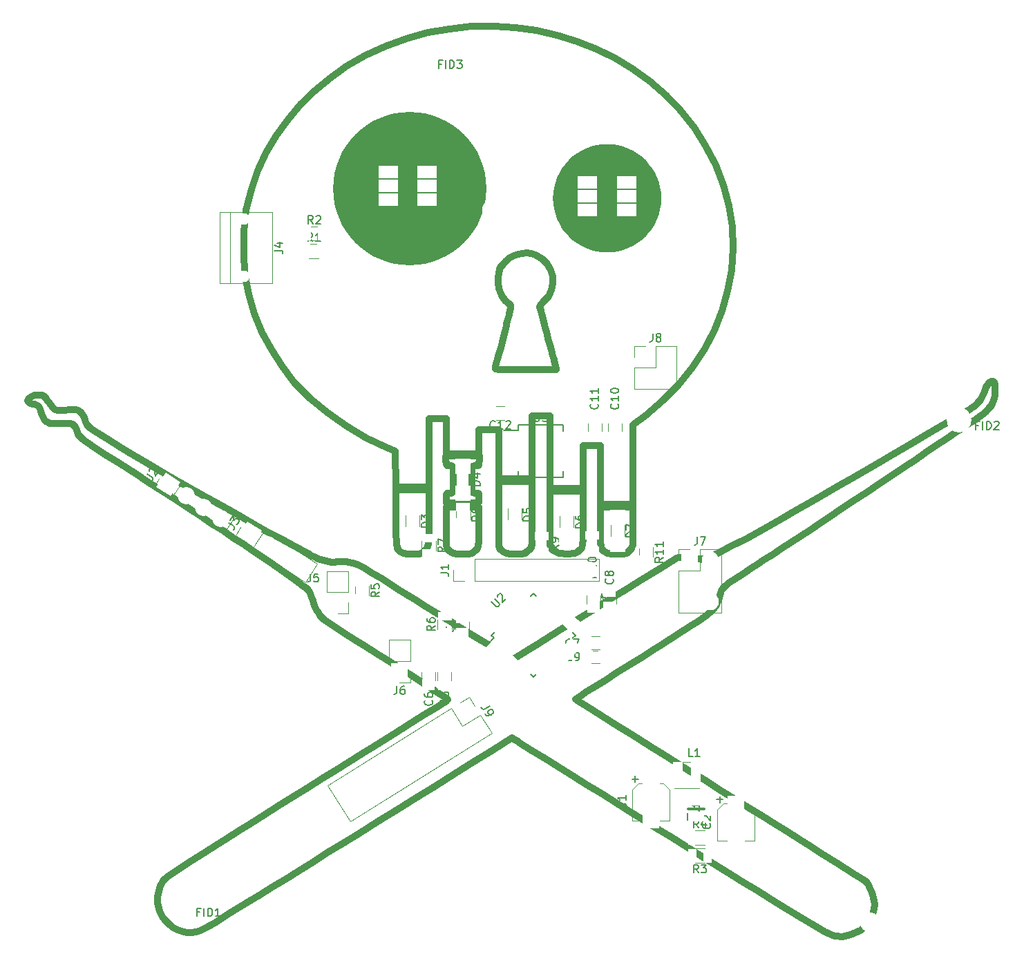
<source format=gto>
G04 #@! TF.FileFunction,Legend,Top*
%FSLAX46Y46*%
G04 Gerber Fmt 4.6, Leading zero omitted, Abs format (unit mm)*
G04 Created by KiCad (PCBNEW 4.0.7-e2-6376~58~ubuntu16.04.1) date Sun Jan 14 11:27:02 2018*
%MOMM*%
%LPD*%
G01*
G04 APERTURE LIST*
%ADD10C,0.100000*%
%ADD11C,0.150000*%
%ADD12C,0.120000*%
%ADD13C,0.846667*%
%ADD14C,0.231555*%
%ADD15C,0.350000*%
%ADD16R,1.200000X3.300000*%
%ADD17R,2.000000X3.000000*%
%ADD18C,2.100000*%
%ADD19C,2.400000*%
%ADD20R,1.650000X1.400000*%
%ADD21C,1.924000*%
%ADD22R,1.400000X1.650000*%
%ADD23R,2.400000X1.500000*%
%ADD24R,1.900000X1.900000*%
%ADD25R,2.100000X2.100000*%
%ADD26O,2.100000X2.100000*%
%ADD27R,1.750000X0.800000*%
%ADD28O,1.350000X1.650000*%
%ADD29O,1.950000X1.400000*%
%ADD30R,1.100000X1.700000*%
%ADD31R,1.700000X1.100000*%
%ADD32R,2.150000X0.950000*%
%ADD33R,0.800000X1.150000*%
%ADD34C,3.040000*%
G04 APERTURE END LIST*
D10*
D11*
X144873476Y-123000000D02*
X145191674Y-123318198D01*
X150000000Y-117873476D02*
X150371231Y-118244707D01*
X155126524Y-123000000D02*
X154755293Y-122628769D01*
X150000000Y-128126524D02*
X149628769Y-127755293D01*
X144873476Y-123000000D02*
X145244707Y-122628769D01*
X150000000Y-128126524D02*
X150371231Y-127755293D01*
X155126524Y-123000000D02*
X154755293Y-123371231D01*
X150000000Y-117873476D02*
X149628769Y-118244707D01*
X145191674Y-123318198D02*
X144219402Y-124290470D01*
D12*
X167300000Y-138500000D02*
X170300000Y-138500000D01*
X167300000Y-141700000D02*
X170300000Y-141700000D01*
X165920000Y-141110000D02*
X165520000Y-141110000D01*
X166690000Y-145690000D02*
X165520000Y-145690000D01*
X162110000Y-145690000D02*
X163280000Y-145690000D01*
X162880000Y-141110000D02*
X163280000Y-141110000D01*
X162110000Y-141880000D02*
X162110000Y-145690000D01*
X162110000Y-141880000D02*
X162880000Y-141110000D01*
X166690000Y-141880000D02*
X166690000Y-145690000D01*
X166690000Y-141880000D02*
X165920000Y-141110000D01*
X124795608Y-141383653D02*
X127551188Y-145793503D01*
X139924786Y-131929893D02*
X124795608Y-141383653D01*
X144885292Y-134961954D02*
X127551188Y-145793503D01*
X139924786Y-131929893D02*
X141302576Y-134134819D01*
X141302576Y-134134819D02*
X143507501Y-132757028D01*
X143507501Y-132757028D02*
X144885292Y-134961954D01*
X141001807Y-131256896D02*
X142129711Y-130552103D01*
X142129711Y-130552103D02*
X142834504Y-131680007D01*
D13*
X149488613Y-90473207D02*
X149963331Y-90473207D01*
X149963331Y-90473207D02*
X150438045Y-90473207D01*
X150438045Y-90473207D02*
X150912763Y-90473207D01*
X150912763Y-90473207D02*
X151387480Y-90473207D01*
X151387480Y-90473207D02*
X151862195Y-90473207D01*
X151862195Y-90473207D02*
X152336913Y-90473207D01*
X152336913Y-90473207D02*
X152811630Y-90473207D01*
X152811630Y-90473207D02*
X152796305Y-90403202D01*
X152796305Y-90403202D02*
X152780981Y-90333199D01*
X152780981Y-90333199D02*
X152765656Y-90263194D01*
X152765656Y-90263194D02*
X152750331Y-90193189D01*
X152750331Y-90193189D02*
X152735007Y-90123184D01*
X152735007Y-90123184D02*
X152719682Y-90053178D01*
X152719682Y-90053178D02*
X152704357Y-89983176D01*
X152704357Y-89983176D02*
X152689089Y-89913171D01*
X152689089Y-89913171D02*
X152657413Y-89776479D01*
X152657413Y-89776479D02*
X152615847Y-89607177D01*
X152615847Y-89607177D02*
X152566080Y-89412034D01*
X152566080Y-89412034D02*
X152509748Y-89197816D01*
X152509748Y-89197816D02*
X152448495Y-88971294D01*
X152448495Y-88971294D02*
X152383959Y-88739234D01*
X152383959Y-88739234D02*
X152317784Y-88508404D01*
X152317784Y-88508404D02*
X152251608Y-88285573D01*
X152251608Y-88285573D02*
X152178323Y-88036489D01*
X152178323Y-88036489D02*
X152091910Y-87730185D01*
X152091910Y-87730185D02*
X151995655Y-87378352D01*
X151995655Y-87378352D02*
X151892836Y-86992679D01*
X151892836Y-86992679D02*
X151786734Y-86584856D01*
X151786734Y-86584856D02*
X151680636Y-86166572D01*
X151680636Y-86166572D02*
X151577817Y-85749521D01*
X151577817Y-85749521D02*
X151481559Y-85345390D01*
X151481559Y-85345390D02*
X151382705Y-84959750D01*
X151382705Y-84959750D02*
X151284672Y-84583545D01*
X151284672Y-84583545D02*
X151189919Y-84226209D01*
X151189919Y-84226209D02*
X151100912Y-83897175D01*
X151100912Y-83897175D02*
X151020106Y-83605879D01*
X151020106Y-83605879D02*
X150949965Y-83361752D01*
X150949965Y-83361752D02*
X150892948Y-83174232D01*
X150892948Y-83174232D02*
X150851521Y-83052749D01*
X150851521Y-83052749D02*
X150814160Y-82930445D01*
X150814160Y-82930445D02*
X150795449Y-82822501D01*
X150795449Y-82822501D02*
X150797706Y-82723577D01*
X150797706Y-82723577D02*
X150823106Y-82628346D01*
X150823106Y-82628346D02*
X150873935Y-82531476D01*
X150873935Y-82531476D02*
X150952452Y-82427633D01*
X150952452Y-82427633D02*
X151060910Y-82311481D01*
X151060910Y-82311481D02*
X151201555Y-82177694D01*
X151201555Y-82177694D02*
X151827789Y-81467978D01*
X151827789Y-81467978D02*
X152227817Y-80677251D01*
X152227817Y-80677251D02*
X152408399Y-79844275D01*
X152408399Y-79844275D02*
X152376302Y-79007811D01*
X152376302Y-79007811D02*
X152138296Y-78206624D01*
X152138296Y-78206624D02*
X151701145Y-77479476D01*
X151701145Y-77479476D02*
X151071617Y-76865126D01*
X151071617Y-76865126D02*
X150256483Y-76402338D01*
X150256483Y-76402338D02*
X149723933Y-76233752D01*
X149723933Y-76233752D02*
X149182354Y-76159511D01*
X149182354Y-76159511D02*
X148640778Y-76177150D01*
X148640778Y-76177150D02*
X148108227Y-76284208D01*
X148108227Y-76284208D02*
X147593722Y-76478225D01*
X147593722Y-76478225D02*
X147106288Y-76756738D01*
X147106288Y-76756738D02*
X146654952Y-77117286D01*
X146654952Y-77117286D02*
X146248736Y-77557408D01*
X146248736Y-77557408D02*
X146095500Y-77754809D01*
X146095500Y-77754809D02*
X145974461Y-77935595D01*
X145974461Y-77935595D02*
X145881726Y-78112692D01*
X145881726Y-78112692D02*
X145813397Y-78299018D01*
X145813397Y-78299018D02*
X145765577Y-78507493D01*
X145765577Y-78507493D02*
X145734369Y-78751036D01*
X145734369Y-78751036D02*
X145715883Y-79042575D01*
X145715883Y-79042575D02*
X145706203Y-79395022D01*
X145706203Y-79395022D02*
X145704792Y-79729732D01*
X145704792Y-79729732D02*
X145714924Y-80018499D01*
X145714924Y-80018499D02*
X145738179Y-80271170D01*
X145738179Y-80271170D02*
X145776189Y-80497591D01*
X145776189Y-80497591D02*
X145830604Y-80707604D01*
X145830604Y-80707604D02*
X145903070Y-80911055D01*
X145903070Y-80911055D02*
X145995224Y-81117786D01*
X145995224Y-81117786D02*
X146108717Y-81337642D01*
X146108717Y-81337642D02*
X146205804Y-81490333D01*
X146205804Y-81490333D02*
X146311084Y-81643639D01*
X146311084Y-81643639D02*
X146421286Y-81793251D01*
X146421286Y-81793251D02*
X146533128Y-81934867D01*
X146533128Y-81934867D02*
X146643330Y-82064176D01*
X146643330Y-82064176D02*
X146748611Y-82176873D01*
X146748611Y-82176873D02*
X146845687Y-82268651D01*
X146845687Y-82268651D02*
X146931279Y-82335205D01*
X146931279Y-82335205D02*
X147048009Y-82415771D01*
X147048009Y-82415771D02*
X147136644Y-82490800D01*
X147136644Y-82490800D02*
X147198614Y-82566240D01*
X147198614Y-82566240D02*
X147235359Y-82648037D01*
X147235359Y-82648037D02*
X147248313Y-82742138D01*
X147248313Y-82742138D02*
X147238915Y-82854494D01*
X147238915Y-82854494D02*
X147208596Y-82991050D01*
X147208596Y-82991050D02*
X147158792Y-83157756D01*
X147158792Y-83157756D02*
X147119792Y-83301593D01*
X147119792Y-83301593D02*
X147069921Y-83491371D01*
X147069921Y-83491371D02*
X147011436Y-83718884D01*
X147011436Y-83718884D02*
X146946592Y-83975929D01*
X146946592Y-83975929D02*
X146877648Y-84254308D01*
X146877648Y-84254308D02*
X146806856Y-84545809D01*
X146806856Y-84545809D02*
X146736475Y-84842233D01*
X146736475Y-84842233D02*
X146668761Y-85135377D01*
X146668761Y-85135377D02*
X146531932Y-85692063D01*
X146531932Y-85692063D02*
X146364952Y-86350062D01*
X146364952Y-86350062D02*
X146178697Y-87067947D01*
X146178697Y-87067947D02*
X145984031Y-87804293D01*
X145984031Y-87804293D02*
X145791826Y-88517666D01*
X145791826Y-88517666D02*
X145612954Y-89166642D01*
X145612954Y-89166642D02*
X145458282Y-89709793D01*
X145458282Y-89709793D02*
X145338679Y-90105686D01*
X145338679Y-90105686D02*
X145312122Y-90226996D01*
X145312122Y-90226996D02*
X145339498Y-90318160D01*
X145339498Y-90318160D02*
X145463269Y-90383480D01*
X145463269Y-90383480D02*
X145725888Y-90427267D01*
X145725888Y-90427267D02*
X146169807Y-90453824D01*
X146169807Y-90453824D02*
X146837480Y-90467455D01*
X146837480Y-90467455D02*
X147771361Y-90472479D01*
X147771361Y-90472479D02*
X149013904Y-90473325D01*
X149013904Y-90473325D02*
X149488613Y-90473207D01*
X149623047Y-112357954D02*
X149669026Y-112297945D01*
X149669026Y-112297945D02*
X149708549Y-112233937D01*
X149708549Y-112233937D02*
X149741391Y-112166455D01*
X149741391Y-112166455D02*
X149767327Y-112096032D01*
X149767327Y-112096032D02*
X149786123Y-112023193D01*
X149786123Y-112023193D02*
X149797581Y-111948469D01*
X149797581Y-111948469D02*
X149801448Y-111872388D01*
X149801448Y-111872388D02*
X149801445Y-110903846D01*
X149801445Y-110903846D02*
X149801445Y-109935305D01*
X149801445Y-109935305D02*
X149801445Y-108966763D01*
X149801445Y-108966763D02*
X149801445Y-107998219D01*
X149801445Y-107998219D02*
X149801445Y-107029678D01*
X149801445Y-107029678D02*
X149801445Y-106061136D01*
X149801445Y-106061136D02*
X149801445Y-105092595D01*
X149801445Y-105092595D02*
X149801445Y-104124053D01*
X149801445Y-104124053D02*
X149298288Y-104124053D01*
X149298288Y-104124053D02*
X148795131Y-104124053D01*
X148795131Y-104124053D02*
X148291977Y-104124053D01*
X148291977Y-104124053D02*
X147788820Y-104124053D01*
X147788820Y-104124053D02*
X147285663Y-104124053D01*
X147285663Y-104124053D02*
X146782505Y-104124053D01*
X146782505Y-104124053D02*
X146279351Y-104124053D01*
X146279351Y-104124053D02*
X145776194Y-104124053D01*
X145776194Y-104124053D02*
X145776194Y-105103892D01*
X145776194Y-105103892D02*
X145776194Y-106083731D01*
X145776194Y-106083731D02*
X145776194Y-107063567D01*
X145776194Y-107063567D02*
X145776194Y-108043406D01*
X145776194Y-108043406D02*
X145776194Y-109023245D01*
X145776194Y-109023245D02*
X145776194Y-110003081D01*
X145776194Y-110003081D02*
X145776194Y-110982919D01*
X145776194Y-110982919D02*
X145776194Y-111962758D01*
X145776194Y-111962758D02*
X145781189Y-112049333D01*
X145781189Y-112049333D02*
X145795978Y-112133912D01*
X145795978Y-112133912D02*
X145820136Y-112215745D01*
X145820136Y-112215745D02*
X145853331Y-112294073D01*
X145853331Y-112294073D02*
X145895176Y-112368139D01*
X145895176Y-112368139D02*
X145945302Y-112437191D01*
X145945302Y-112437191D02*
X146003332Y-112500471D01*
X146003332Y-112500471D02*
X146068907Y-112557226D01*
X146068907Y-112557226D02*
X146089198Y-112572832D01*
X146089198Y-112572832D02*
X146109490Y-112588439D01*
X146109490Y-112588439D02*
X146129782Y-112604046D01*
X146129782Y-112604046D02*
X146150074Y-112619653D01*
X146150074Y-112619653D02*
X146170365Y-112635260D01*
X146170365Y-112635260D02*
X146190657Y-112650867D01*
X146190657Y-112650867D02*
X146210949Y-112666474D01*
X146210949Y-112666474D02*
X146231241Y-112682081D01*
X146231241Y-112682081D02*
X146369290Y-112778268D01*
X146369290Y-112778268D02*
X146512066Y-112857640D01*
X146512066Y-112857640D02*
X146665919Y-112921422D01*
X146665919Y-112921422D02*
X146837203Y-112970850D01*
X146837203Y-112970850D02*
X147032278Y-113007150D01*
X147032278Y-113007150D02*
X147257502Y-113031562D01*
X147257502Y-113031562D02*
X147519232Y-113045306D01*
X147519232Y-113045306D02*
X147823826Y-113049624D01*
X147823826Y-113049624D02*
X148151289Y-113045899D01*
X148151289Y-113045899D02*
X148418864Y-113032945D01*
X148418864Y-113032945D02*
X148637219Y-113008081D01*
X148637219Y-113008081D02*
X148817014Y-112968669D01*
X148817014Y-112968669D02*
X148968918Y-112912030D01*
X148968918Y-112912030D02*
X149103594Y-112835500D01*
X149103594Y-112835500D02*
X149231706Y-112736406D01*
X149231706Y-112736406D02*
X149467384Y-112512767D01*
X149467384Y-112512767D02*
X149623052Y-112357974D01*
X149623052Y-112357974D02*
X149623047Y-112357954D01*
X152669678Y-112733631D02*
X152812454Y-112813004D01*
X152812454Y-112813004D02*
X152966305Y-112876786D01*
X152966305Y-112876786D02*
X153137591Y-112926214D01*
X153137591Y-112926214D02*
X153332666Y-112962514D01*
X153332666Y-112962514D02*
X153557891Y-112986926D01*
X153557891Y-112986926D02*
X153819621Y-113000670D01*
X153819621Y-113000670D02*
X154124215Y-113004988D01*
X154124215Y-113004988D02*
X154451677Y-113001263D01*
X154451677Y-113001263D02*
X154719252Y-112988309D01*
X154719252Y-112988309D02*
X154937604Y-112963445D01*
X154937604Y-112963445D02*
X155117400Y-112924033D01*
X155117400Y-112924033D02*
X155269303Y-112867393D01*
X155269303Y-112867393D02*
X155403979Y-112790863D01*
X155403979Y-112790863D02*
X155532094Y-112691769D01*
X155532094Y-112691769D02*
X155664310Y-112567456D01*
X155664310Y-112567456D02*
X155808728Y-112421403D01*
X155808728Y-112421403D02*
X155917254Y-112268577D01*
X155917254Y-112268577D02*
X155995018Y-112064477D01*
X155995018Y-112064477D02*
X156047144Y-111764599D01*
X156047144Y-111764599D02*
X156078764Y-111324439D01*
X156078764Y-111324439D02*
X156094992Y-110699492D01*
X156094992Y-110699492D02*
X156100975Y-109845256D01*
X156100975Y-109845256D02*
X156101822Y-108717223D01*
X156101822Y-108717223D02*
X156101828Y-108290632D01*
X156101828Y-108290632D02*
X156101828Y-107864045D01*
X156101828Y-107864045D02*
X156101828Y-107437455D01*
X156101828Y-107437455D02*
X156101828Y-107010865D01*
X156101828Y-107010865D02*
X156101828Y-106584277D01*
X156101828Y-106584277D02*
X156101828Y-106157687D01*
X156101828Y-106157687D02*
X156101828Y-105731100D01*
X156101828Y-105731100D02*
X156101828Y-105304510D01*
X156101828Y-105304510D02*
X155598670Y-105304510D01*
X155598670Y-105304510D02*
X155095516Y-105304510D01*
X155095516Y-105304510D02*
X154592359Y-105304510D01*
X154592359Y-105304510D02*
X154089202Y-105304510D01*
X154089202Y-105304510D02*
X153586048Y-105304510D01*
X153586048Y-105304510D02*
X153082891Y-105304510D01*
X153082891Y-105304510D02*
X152579737Y-105304510D01*
X152579737Y-105304510D02*
X152076579Y-105304510D01*
X152076579Y-105304510D02*
X152076579Y-106131215D01*
X152076579Y-106131215D02*
X152076579Y-106957917D01*
X152076579Y-106957917D02*
X152076579Y-107784622D01*
X152076579Y-107784622D02*
X152076579Y-108611324D01*
X152076579Y-108611324D02*
X152076579Y-109438029D01*
X152076579Y-109438029D02*
X152076579Y-110264734D01*
X152076579Y-110264734D02*
X152076579Y-111091437D01*
X152076579Y-111091437D02*
X152076579Y-111918142D01*
X152076579Y-111918142D02*
X152081575Y-112004716D01*
X152081575Y-112004716D02*
X152096363Y-112089295D01*
X152096363Y-112089295D02*
X152120521Y-112171129D01*
X152120521Y-112171129D02*
X152153714Y-112249454D01*
X152153714Y-112249454D02*
X152195559Y-112323523D01*
X152195559Y-112323523D02*
X152245684Y-112392574D01*
X152245684Y-112392574D02*
X152303715Y-112455854D01*
X152303715Y-112455854D02*
X152450445Y-112575037D01*
X152450445Y-112575037D02*
X152669669Y-112733651D01*
X152669669Y-112733651D02*
X152669678Y-112733631D01*
X125645066Y-114024409D02*
X125295847Y-114013656D01*
X125295847Y-114013656D02*
X124949061Y-113978658D01*
X124949061Y-113978658D02*
X124605960Y-113919673D01*
X124605960Y-113919673D02*
X124267793Y-113836957D01*
X124267793Y-113836957D02*
X123935815Y-113730770D01*
X123935815Y-113730770D02*
X123611276Y-113601377D01*
X123611276Y-113601377D02*
X123295425Y-113449034D01*
X123295425Y-113449034D02*
X123121587Y-113357540D01*
X123121587Y-113357540D02*
X122947747Y-113266046D01*
X122947747Y-113266046D02*
X122773909Y-113174553D01*
X122773909Y-113174553D02*
X122600071Y-113083059D01*
X122600071Y-113083059D02*
X122426234Y-112991566D01*
X122426234Y-112991566D02*
X122252396Y-112900072D01*
X122252396Y-112900072D02*
X122078556Y-112808578D01*
X122078556Y-112808578D02*
X121904718Y-112717085D01*
X121904718Y-112717085D02*
X120590227Y-112021690D01*
X120590227Y-112021690D02*
X119083797Y-111208164D01*
X119083797Y-111208164D02*
X117418267Y-110295372D01*
X117418267Y-110295372D02*
X115626479Y-109302185D01*
X115626479Y-109302185D02*
X113741271Y-108247472D01*
X113741271Y-108247472D02*
X111795484Y-107150099D01*
X111795484Y-107150099D02*
X109821959Y-106028936D01*
X109821959Y-106028936D02*
X107853536Y-104902851D01*
X107853536Y-104902851D02*
X105923054Y-103790712D01*
X105923054Y-103790712D02*
X104063355Y-102711387D01*
X104063355Y-102711387D02*
X102307277Y-101683745D01*
X102307277Y-101683745D02*
X100687662Y-100726656D01*
X100687662Y-100726656D02*
X99237350Y-99858985D01*
X99237350Y-99858985D02*
X97989180Y-99099603D01*
X97989180Y-99099603D02*
X96230629Y-97981173D01*
X96230629Y-97981173D02*
X95970643Y-97799837D01*
X95970643Y-97799837D02*
X95752085Y-97633063D01*
X95752085Y-97633063D02*
X95570442Y-97475724D01*
X95570442Y-97475724D02*
X95421205Y-97322695D01*
X95421205Y-97322695D02*
X95299859Y-97168842D01*
X95299859Y-97168842D02*
X95201894Y-97009042D01*
X95201894Y-97009042D02*
X95122797Y-96838167D01*
X95122797Y-96838167D02*
X95058056Y-96651091D01*
X95058056Y-96651091D02*
X94933156Y-96291088D01*
X94933156Y-96291088D02*
X94790618Y-95995892D01*
X94790618Y-95995892D02*
X94624290Y-95761405D01*
X94624290Y-95761405D02*
X94428018Y-95583523D01*
X94428018Y-95583523D02*
X94195650Y-95458143D01*
X94195650Y-95458143D02*
X93921034Y-95381167D01*
X93921034Y-95381167D02*
X93598016Y-95348488D01*
X93598016Y-95348488D02*
X93220444Y-95356024D01*
X93220444Y-95356024D02*
X92554548Y-95402469D01*
X92554548Y-95402469D02*
X92054160Y-95425752D01*
X92054160Y-95425752D02*
X91681339Y-95409242D01*
X91681339Y-95409242D02*
X91398143Y-95336333D01*
X91398143Y-95336333D02*
X91166629Y-95190410D01*
X91166629Y-95190410D02*
X90948857Y-94954865D01*
X90948857Y-94954865D02*
X90706885Y-94613079D01*
X90706885Y-94613079D02*
X90402769Y-94148443D01*
X90402769Y-94148443D02*
X90280637Y-93961363D01*
X90280637Y-93961363D02*
X90170606Y-93816741D01*
X90170606Y-93816741D02*
X90063446Y-93709443D01*
X90063446Y-93709443D02*
X89949928Y-93634347D01*
X89949928Y-93634347D02*
X89820823Y-93586321D01*
X89820823Y-93586321D02*
X89666902Y-93560244D01*
X89666902Y-93560244D02*
X89478936Y-93550987D01*
X89478936Y-93550987D02*
X89247697Y-93553527D01*
X89247697Y-93553527D02*
X88835293Y-93605831D01*
X88835293Y-93605831D02*
X88498158Y-93723007D01*
X88498158Y-93723007D02*
X88247572Y-93884483D01*
X88247572Y-93884483D02*
X88094813Y-94069748D01*
X88094813Y-94069748D02*
X88051163Y-94258295D01*
X88051163Y-94258295D02*
X88127902Y-94429615D01*
X88127902Y-94429615D02*
X88336308Y-94563197D01*
X88336308Y-94563197D02*
X88687664Y-94638533D01*
X88687664Y-94638533D02*
X88902940Y-94670356D01*
X88902940Y-94670356D02*
X89080891Y-94719203D01*
X89080891Y-94719203D02*
X89228487Y-94793891D01*
X89228487Y-94793891D02*
X89352704Y-94903238D01*
X89352704Y-94903238D02*
X89460513Y-95056064D01*
X89460513Y-95056064D02*
X89558889Y-95261189D01*
X89558889Y-95261189D02*
X89654803Y-95527431D01*
X89654803Y-95527431D02*
X89755229Y-95863609D01*
X89755229Y-95863609D02*
X89881804Y-96231268D01*
X89881804Y-96231268D02*
X90032785Y-96524274D01*
X90032785Y-96524274D02*
X90219452Y-96748370D01*
X90219452Y-96748370D02*
X90453085Y-96909299D01*
X90453085Y-96909299D02*
X90744963Y-97012801D01*
X90744963Y-97012801D02*
X91106368Y-97064623D01*
X91106368Y-97064623D02*
X91548578Y-97070493D01*
X91548578Y-97070493D02*
X92082874Y-97036180D01*
X92082874Y-97036180D02*
X92572836Y-96998207D01*
X92572836Y-96998207D02*
X92963944Y-96994877D01*
X92963944Y-96994877D02*
X93272195Y-97034631D01*
X93272195Y-97034631D02*
X93513587Y-97125862D01*
X93513587Y-97125862D02*
X93704116Y-97276978D01*
X93704116Y-97276978D02*
X93859779Y-97496392D01*
X93859779Y-97496392D02*
X93996575Y-97792510D01*
X93996575Y-97792510D02*
X94130499Y-98173747D01*
X94130499Y-98173747D02*
X94227747Y-98386055D01*
X94227747Y-98386055D02*
X94429385Y-98631788D01*
X94429385Y-98631788D02*
X94797147Y-98954225D01*
X94797147Y-98954225D02*
X95392765Y-99396642D01*
X95392765Y-99396642D02*
X96277971Y-100002308D01*
X96277971Y-100002308D02*
X97514498Y-100814501D01*
X97514498Y-100814501D02*
X99164077Y-101876497D01*
X99164077Y-101876497D02*
X101288442Y-103231565D01*
X101288442Y-103231565D02*
X102922490Y-104283744D01*
X102922490Y-104283744D02*
X104532055Y-105324003D01*
X104532055Y-105324003D02*
X106110293Y-106347805D01*
X106110293Y-106347805D02*
X107650359Y-107350609D01*
X107650359Y-107350609D02*
X109145407Y-108327879D01*
X109145407Y-108327879D02*
X110588593Y-109275077D01*
X110588593Y-109275077D02*
X111973072Y-110187667D01*
X111973072Y-110187667D02*
X113291999Y-111061112D01*
X113291999Y-111061112D02*
X114538527Y-111890870D01*
X114538527Y-111890870D02*
X115705814Y-112672406D01*
X115705814Y-112672406D02*
X117775285Y-114072663D01*
X117775285Y-114072663D02*
X119445645Y-115225583D01*
X119445645Y-115225583D02*
X120662142Y-116094859D01*
X120662142Y-116094859D02*
X121271536Y-116555050D01*
X121271536Y-116555050D02*
X121747210Y-116924795D01*
X121747210Y-116924795D02*
X122108031Y-117223578D01*
X122108031Y-117223578D02*
X122372874Y-117470884D01*
X122372874Y-117470884D02*
X122560600Y-117686194D01*
X122560600Y-117686194D02*
X122690081Y-117888996D01*
X122690081Y-117888996D02*
X122780183Y-118098769D01*
X122780183Y-118098769D02*
X122849776Y-118335000D01*
X122849776Y-118335000D02*
X122963193Y-118746616D01*
X122963193Y-118746616D02*
X123104089Y-119150439D01*
X123104089Y-119150439D02*
X123268777Y-119540318D01*
X123268777Y-119540318D02*
X123453562Y-119910097D01*
X123453562Y-119910097D02*
X123654758Y-120253623D01*
X123654758Y-120253623D02*
X123868666Y-120564745D01*
X123868666Y-120564745D02*
X124091599Y-120837312D01*
X124091599Y-120837312D02*
X124319866Y-121065167D01*
X124319866Y-121065167D02*
X124579443Y-121255286D01*
X124579443Y-121255286D02*
X125113432Y-121614812D01*
X125113432Y-121614812D02*
X125889428Y-122122823D01*
X125889428Y-122122823D02*
X126875024Y-122758399D01*
X126875024Y-122758399D02*
X128037822Y-123500624D01*
X128037822Y-123500624D02*
X129345411Y-124328573D01*
X129345411Y-124328573D02*
X130765392Y-125221333D01*
X130765392Y-125221333D02*
X132265358Y-126157983D01*
X132265358Y-126157983D02*
X133751789Y-127087490D01*
X133751789Y-127087490D02*
X135132801Y-127959774D01*
X135132801Y-127959774D02*
X136378454Y-128755356D01*
X136378454Y-128755356D02*
X137458806Y-129454751D01*
X137458806Y-129454751D02*
X138343909Y-130038474D01*
X138343909Y-130038474D02*
X139003823Y-130487040D01*
X139003823Y-130487040D02*
X139408603Y-130780972D01*
X139408603Y-130780972D02*
X139528308Y-130900778D01*
X139528308Y-130900778D02*
X139155281Y-131148595D01*
X139155281Y-131148595D02*
X138135603Y-131797161D01*
X138135603Y-131797161D02*
X136539622Y-132802583D01*
X136539622Y-132802583D02*
X134437679Y-134120976D01*
X134437679Y-134120976D02*
X133218959Y-134883819D01*
X133218959Y-134883819D02*
X131900126Y-135708448D01*
X131900126Y-135708448D02*
X130489976Y-136589372D01*
X130489976Y-136589372D02*
X128997304Y-137521108D01*
X128997304Y-137521108D02*
X127430902Y-138498170D01*
X127430902Y-138498170D02*
X125799563Y-139515070D01*
X125799563Y-139515070D02*
X124112079Y-140566323D01*
X124112079Y-140566323D02*
X122377246Y-141646443D01*
X122377246Y-141646443D02*
X120491205Y-142823761D01*
X120491205Y-142823761D02*
X118688689Y-143951628D01*
X118688689Y-143951628D02*
X116974463Y-145026941D01*
X116974463Y-145026941D02*
X115353296Y-146046595D01*
X115353296Y-146046595D02*
X113829959Y-147007493D01*
X113829959Y-147007493D02*
X112409218Y-147906530D01*
X112409218Y-147906530D02*
X111095842Y-148740599D01*
X111095842Y-148740599D02*
X109894600Y-149506617D01*
X109894600Y-149506617D02*
X107847589Y-150822026D01*
X107847589Y-150822026D02*
X106306332Y-151827979D01*
X106306332Y-151827979D02*
X105308975Y-152499612D01*
X105308975Y-152499612D02*
X104893666Y-152812145D01*
X104893666Y-152812145D02*
X104662118Y-153112232D01*
X104662118Y-153112232D02*
X104465436Y-153411274D01*
X104465436Y-153411274D02*
X104302389Y-153713196D01*
X104302389Y-153713196D02*
X104171745Y-154021890D01*
X104171745Y-154021890D02*
X104072276Y-154341253D01*
X104072276Y-154341253D02*
X104002750Y-154675178D01*
X104002750Y-154675178D02*
X103961937Y-155027561D01*
X103961937Y-155027561D02*
X103948605Y-155402296D01*
X103948605Y-155402296D02*
X103962894Y-155793766D01*
X103962894Y-155793766D02*
X104007126Y-156158397D01*
X104007126Y-156158397D02*
X104083351Y-156502087D01*
X104083351Y-156502087D02*
X104193622Y-156830820D01*
X104193622Y-156830820D02*
X104339989Y-157150521D01*
X104339989Y-157150521D02*
X104524503Y-157467146D01*
X104524503Y-157467146D02*
X104749214Y-157786650D01*
X104749214Y-157786650D02*
X105016173Y-158114959D01*
X105016173Y-158114959D02*
X105432097Y-158520541D01*
X105432097Y-158520541D02*
X105898883Y-158855736D01*
X105898883Y-158855736D02*
X106406688Y-159117554D01*
X106406688Y-159117554D02*
X106945667Y-159302861D01*
X106945667Y-159302861D02*
X107505975Y-159408581D01*
X107505975Y-159408581D02*
X108077768Y-159431723D01*
X108077768Y-159431723D02*
X108651203Y-159369070D01*
X108651203Y-159369070D02*
X109216433Y-159217573D01*
X109216433Y-159217573D02*
X109720854Y-158939415D01*
X109720854Y-158939415D02*
X110931812Y-158216672D01*
X110931812Y-158216672D02*
X112769939Y-157098536D01*
X112769939Y-157098536D02*
X115155864Y-155634198D01*
X115155864Y-155634198D02*
X116529446Y-154787573D01*
X116529446Y-154787573D02*
X118010214Y-153872877D01*
X118010214Y-153872877D02*
X119588246Y-152896233D01*
X119588246Y-152896233D02*
X121253622Y-151863793D01*
X121253622Y-151863793D02*
X122996420Y-150781743D01*
X122996420Y-150781743D02*
X124806718Y-149656195D01*
X124806718Y-149656195D02*
X126674595Y-148493326D01*
X126674595Y-148493326D02*
X128590130Y-147299292D01*
X128590130Y-147299292D02*
X130937462Y-145835764D01*
X130937462Y-145835764D02*
X133284795Y-144372235D01*
X133284795Y-144372235D02*
X135632127Y-142908707D01*
X135632127Y-142908707D02*
X137979460Y-141445179D01*
X137979460Y-141445179D02*
X140326795Y-139981651D01*
X140326795Y-139981651D02*
X142674128Y-138518122D01*
X142674128Y-138518122D02*
X145021460Y-137054594D01*
X145021460Y-137054594D02*
X147368793Y-135591066D01*
X147368793Y-135591066D02*
X147438798Y-135634819D01*
X147438798Y-135634819D02*
X147508800Y-135678572D01*
X147508800Y-135678572D02*
X147578806Y-135722325D01*
X147578806Y-135722325D02*
X147648811Y-135766078D01*
X147648811Y-135766078D02*
X147718816Y-135809831D01*
X147718816Y-135809831D02*
X147788818Y-135853583D01*
X147788818Y-135853583D02*
X147858824Y-135897336D01*
X147858824Y-135897336D02*
X147928829Y-135941089D01*
X147928829Y-135941089D02*
X148420364Y-136240589D01*
X148420364Y-136240589D02*
X149606744Y-136975295D01*
X149606744Y-136975295D02*
X151410040Y-138096389D01*
X151410040Y-138096389D02*
X153752312Y-139555063D01*
X153752312Y-139555063D02*
X155101213Y-140395738D01*
X155101213Y-140395738D02*
X156555631Y-141302504D01*
X156555631Y-141302504D02*
X158105827Y-142269262D01*
X158105827Y-142269262D02*
X159742058Y-143289905D01*
X159742058Y-143289905D02*
X161454584Y-144358334D01*
X161454584Y-144358334D02*
X163233661Y-145468446D01*
X163233661Y-145468446D02*
X165069549Y-146614144D01*
X165069549Y-146614144D02*
X166952506Y-147789323D01*
X166952506Y-147789323D02*
X168837270Y-148964308D01*
X168837270Y-148964308D02*
X170678424Y-150109444D01*
X170678424Y-150109444D02*
X172466000Y-151218686D01*
X172466000Y-151218686D02*
X174190024Y-152285998D01*
X174190024Y-152285998D02*
X175840522Y-153305321D01*
X175840522Y-153305321D02*
X177407521Y-154270584D01*
X177407521Y-154270584D02*
X178881053Y-155175780D01*
X178881053Y-155175780D02*
X180251139Y-156014831D01*
X180251139Y-156014831D02*
X182641098Y-157470279D01*
X182641098Y-157470279D02*
X184497612Y-158588584D01*
X184497612Y-158588584D02*
X185740909Y-159321290D01*
X185740909Y-159321290D02*
X186291200Y-159620050D01*
X186291200Y-159620050D02*
X186665900Y-159747276D01*
X186665900Y-159747276D02*
X186998353Y-159840466D01*
X186998353Y-159840466D02*
X187302094Y-159900015D01*
X187302094Y-159900015D02*
X187590655Y-159926261D01*
X187590655Y-159926261D02*
X187877579Y-159919770D01*
X187877579Y-159919770D02*
X188176396Y-159880880D01*
X188176396Y-159880880D02*
X188500644Y-159809986D01*
X188500644Y-159809986D02*
X188863861Y-159707539D01*
X188863861Y-159707539D02*
X189482619Y-159469033D01*
X189482619Y-159469033D02*
X190046824Y-159141514D01*
X190046824Y-159141514D02*
X190547861Y-158736046D01*
X190547861Y-158736046D02*
X190977116Y-158263718D01*
X190977116Y-158263718D02*
X191325976Y-157735596D01*
X191325976Y-157735596D02*
X191585827Y-157162798D01*
X191585827Y-157162798D02*
X191748054Y-156556330D01*
X191748054Y-156556330D02*
X191804044Y-155927314D01*
X191804044Y-155927314D02*
X191776668Y-155579390D01*
X191776668Y-155579390D02*
X191699859Y-155191447D01*
X191699859Y-155191447D02*
X191581625Y-154782620D01*
X191581625Y-154782620D02*
X191429961Y-154371930D01*
X191429961Y-154371930D02*
X191252864Y-153978456D01*
X191252864Y-153978456D02*
X191058334Y-153621276D01*
X191058334Y-153621276D02*
X190854372Y-153319496D01*
X190854372Y-153319496D02*
X190648973Y-153092137D01*
X190648973Y-153092137D02*
X190226416Y-152811806D01*
X190226416Y-152811806D02*
X189138954Y-152119458D01*
X189138954Y-152119458D02*
X187460014Y-151060815D01*
X187460014Y-151060815D02*
X185263013Y-149681623D01*
X185263013Y-149681623D02*
X183993184Y-148886102D01*
X183993184Y-148886102D02*
X182621374Y-148027597D01*
X182621374Y-148027597D02*
X181156760Y-147111821D01*
X181156760Y-147111821D02*
X179608522Y-146144489D01*
X179608522Y-146144489D02*
X177985834Y-145131320D01*
X177985834Y-145131320D02*
X176297877Y-144078030D01*
X176297877Y-144078030D02*
X174553827Y-142990335D01*
X174553827Y-142990335D02*
X172762863Y-141873954D01*
X172762863Y-141873954D02*
X170973510Y-140758384D01*
X170973510Y-140758384D02*
X169234174Y-139673092D01*
X169234174Y-139673092D02*
X167553851Y-138623739D01*
X167553851Y-138623739D02*
X165941541Y-137615996D01*
X165941541Y-137615996D02*
X164406246Y-136655526D01*
X164406246Y-136655526D02*
X162956959Y-135747996D01*
X162956959Y-135747996D02*
X161602678Y-134899068D01*
X161602678Y-134899068D02*
X160352406Y-134114412D01*
X160352406Y-134114412D02*
X158199878Y-132760575D01*
X158199878Y-132760575D02*
X156571354Y-131731804D01*
X156571354Y-131731804D02*
X155538824Y-131073430D01*
X155538824Y-131073430D02*
X155174275Y-130830773D01*
X155174275Y-130830773D02*
X155335237Y-130712914D01*
X155335237Y-130712914D02*
X155808964Y-130399808D01*
X155808964Y-130399808D02*
X156562024Y-129912786D01*
X156562024Y-129912786D02*
X157560986Y-129273174D01*
X157560986Y-129273174D02*
X158772425Y-128502307D01*
X158772425Y-128502307D02*
X160162905Y-127621511D01*
X160162905Y-127621511D02*
X161699001Y-126652115D01*
X161699001Y-126652115D02*
X163347281Y-125615450D01*
X163347281Y-125615450D02*
X164628816Y-124815292D01*
X164628816Y-124815292D02*
X165774942Y-124097812D01*
X165774942Y-124097812D02*
X167693565Y-122888836D01*
X167693565Y-122888836D02*
X169168374Y-121944428D01*
X169168374Y-121944428D02*
X170264584Y-121220488D01*
X170264584Y-121220488D02*
X171047418Y-120672932D01*
X171047418Y-120672932D02*
X171582091Y-120257656D01*
X171582091Y-120257656D02*
X171933821Y-119930569D01*
X171933821Y-119930569D02*
X172167829Y-119647579D01*
X172167829Y-119647579D02*
X172290474Y-119468058D01*
X172290474Y-119468058D02*
X172407373Y-119274589D01*
X172407373Y-119274589D02*
X172516071Y-119072915D01*
X172516071Y-119072915D02*
X172614104Y-118868781D01*
X172614104Y-118868781D02*
X172699011Y-118667929D01*
X172699011Y-118667929D02*
X172768333Y-118476103D01*
X172768333Y-118476103D02*
X172819604Y-118299040D01*
X172819604Y-118299040D02*
X172850369Y-118142488D01*
X172850369Y-118142488D02*
X172912579Y-117819298D01*
X172912579Y-117819298D02*
X173029755Y-117525849D01*
X173029755Y-117525849D02*
X173235529Y-117232807D01*
X173235529Y-117232807D02*
X173563539Y-116910850D01*
X173563539Y-116910850D02*
X174047417Y-116530646D01*
X174047417Y-116530646D02*
X174720797Y-116062869D01*
X174720797Y-116062869D02*
X175617318Y-115478189D01*
X175617318Y-115478189D02*
X176770614Y-114747278D01*
X176770614Y-114747278D02*
X177463035Y-114308110D01*
X177463035Y-114308110D02*
X178323014Y-113754091D01*
X178323014Y-113754091D02*
X179316303Y-113108191D01*
X179316303Y-113108191D02*
X180408650Y-112393381D01*
X180408650Y-112393381D02*
X181565806Y-111632632D01*
X181565806Y-111632632D02*
X182753521Y-110848909D01*
X182753521Y-110848909D02*
X183937542Y-110065189D01*
X183937542Y-110065189D02*
X185083624Y-109304439D01*
X185083624Y-109304439D02*
X186300394Y-108488656D01*
X186300394Y-108488656D02*
X187687184Y-107559253D01*
X187687184Y-107559253D02*
X189195800Y-106548635D01*
X189195800Y-106548635D02*
X190778039Y-105489204D01*
X190778039Y-105489204D02*
X192385712Y-104413368D01*
X192385712Y-104413368D02*
X193970622Y-103353524D01*
X193970622Y-103353524D02*
X195484566Y-102342085D01*
X195484566Y-102342085D02*
X196879356Y-101411452D01*
X196879356Y-101411452D02*
X198187631Y-100538005D01*
X198187631Y-100538005D02*
X199453655Y-99690602D01*
X199453655Y-99690602D02*
X200646667Y-98890372D01*
X200646667Y-98890372D02*
X201735904Y-98158437D01*
X201735904Y-98158437D02*
X202690602Y-97515921D01*
X202690602Y-97515921D02*
X203479998Y-96983952D01*
X203479998Y-96983952D02*
X204073325Y-96583648D01*
X204073325Y-96583648D02*
X204439821Y-96336136D01*
X204439821Y-96336136D02*
X204994591Y-95944209D01*
X204994591Y-95944209D02*
X205455432Y-95563356D01*
X205455432Y-95563356D02*
X205828493Y-95184963D01*
X205828493Y-95184963D02*
X206119927Y-94800419D01*
X206119927Y-94800419D02*
X206335889Y-94401105D01*
X206335889Y-94401105D02*
X206482529Y-93978415D01*
X206482529Y-93978415D02*
X206566002Y-93523727D01*
X206566002Y-93523727D02*
X206592446Y-93028433D01*
X206592446Y-93028433D02*
X206589624Y-92741272D01*
X206589624Y-92741272D02*
X206580564Y-92506409D01*
X206580564Y-92506409D02*
X206563716Y-92318717D01*
X206563716Y-92318717D02*
X206537638Y-92173068D01*
X206537638Y-92173068D02*
X206500893Y-92064336D01*
X206500893Y-92064336D02*
X206452046Y-91987394D01*
X206452046Y-91987394D02*
X206389666Y-91937113D01*
X206389666Y-91937113D02*
X206312371Y-91908366D01*
X206312371Y-91908366D02*
X206156080Y-91907237D01*
X206156080Y-91907237D02*
X206003426Y-91954408D01*
X206003426Y-91954408D02*
X205856512Y-92047519D01*
X205856512Y-92047519D02*
X205717391Y-92184109D01*
X205717391Y-92184109D02*
X205588116Y-92361717D01*
X205588116Y-92361717D02*
X205470737Y-92577882D01*
X205470737Y-92577882D02*
X205367302Y-92830146D01*
X205367302Y-92830146D02*
X205279864Y-93115992D01*
X205279864Y-93115992D02*
X205158348Y-93459674D01*
X205158348Y-93459674D02*
X204980432Y-93805046D01*
X204980432Y-93805046D02*
X204750424Y-94147136D01*
X204750424Y-94147136D02*
X204472627Y-94481022D01*
X204472627Y-94481022D02*
X204151354Y-94801785D01*
X204151354Y-94801785D02*
X203790905Y-95104499D01*
X203790905Y-95104499D02*
X203395591Y-95384243D01*
X203395591Y-95384243D02*
X202969720Y-95636096D01*
X202969720Y-95636096D02*
X202459045Y-95918301D01*
X202459045Y-95918301D02*
X201742457Y-96325200D01*
X201742457Y-96325200D02*
X200802733Y-96866641D01*
X200802733Y-96866641D02*
X199622641Y-97552463D01*
X199622641Y-97552463D02*
X198184953Y-98392518D01*
X198184953Y-98392518D02*
X196472445Y-99396642D01*
X196472445Y-99396642D02*
X194467886Y-100574682D01*
X194467886Y-100574682D02*
X192154050Y-101936481D01*
X192154050Y-101936481D02*
X190551676Y-102878230D01*
X190551676Y-102878230D02*
X188988268Y-103792755D01*
X188988268Y-103792755D02*
X187466290Y-104678671D01*
X187466290Y-104678671D02*
X185988200Y-105534591D01*
X185988200Y-105534591D02*
X184556462Y-106359135D01*
X184556462Y-106359135D02*
X183173536Y-107150912D01*
X183173536Y-107150912D02*
X181841881Y-107908543D01*
X181841881Y-107908543D02*
X180563960Y-108630642D01*
X180563960Y-108630642D02*
X178179165Y-109962709D01*
X178179165Y-109962709D02*
X176038837Y-111136033D01*
X176038837Y-111136033D02*
X174162666Y-112139542D01*
X174162666Y-112139542D02*
X172570343Y-112962161D01*
X172570343Y-112962161D02*
X172054025Y-113217499D01*
X172054025Y-113217499D02*
X171645791Y-113410079D01*
X171645791Y-113410079D02*
X171324106Y-113546056D01*
X171324106Y-113546056D02*
X171067436Y-113631578D01*
X171067436Y-113631578D02*
X170854242Y-113672802D01*
X170854242Y-113672802D02*
X170662994Y-113675878D01*
X170662994Y-113675878D02*
X170472159Y-113646959D01*
X170472159Y-113646959D02*
X170260196Y-113592199D01*
X170260196Y-113592199D02*
X169938375Y-113511769D01*
X169938375Y-113511769D02*
X169585586Y-113454105D01*
X169585586Y-113454105D02*
X169215158Y-113419002D01*
X169215158Y-113419002D02*
X168840423Y-113406246D01*
X168840423Y-113406246D02*
X168474711Y-113415644D01*
X168474711Y-113415644D02*
X168131357Y-113446988D01*
X168131357Y-113446988D02*
X167823687Y-113500074D01*
X167823687Y-113500074D02*
X167565033Y-113574696D01*
X167565033Y-113574696D02*
X167272470Y-113735388D01*
X167272470Y-113735388D02*
X166619154Y-114121880D01*
X166619154Y-114121880D02*
X165646305Y-114708953D01*
X165646305Y-114708953D02*
X164395149Y-115471379D01*
X164395149Y-115471379D02*
X162906907Y-116383930D01*
X162906907Y-116383930D02*
X161222802Y-117421382D01*
X161222802Y-117421382D02*
X159384060Y-118558506D01*
X159384060Y-118558506D02*
X157431903Y-119770081D01*
X157431903Y-119770081D02*
X155490310Y-120975059D01*
X155490310Y-120975059D02*
X153669717Y-122105382D01*
X153669717Y-122105382D02*
X152010739Y-123135623D01*
X152010739Y-123135623D02*
X150553978Y-124040345D01*
X150553978Y-124040345D02*
X149340047Y-124794124D01*
X149340047Y-124794124D02*
X148409549Y-125371523D01*
X148409549Y-125371523D02*
X147803096Y-125747113D01*
X147803096Y-125747113D02*
X147561294Y-125895463D01*
X147561294Y-125895463D02*
X147342292Y-125812060D01*
X147342292Y-125812060D02*
X146790426Y-125517003D01*
X146790426Y-125517003D02*
X145925590Y-125021776D01*
X145925590Y-125021776D02*
X144767683Y-124337864D01*
X144767683Y-124337864D02*
X143336594Y-123476756D01*
X143336594Y-123476756D02*
X141652215Y-122449936D01*
X141652215Y-122449936D02*
X139734445Y-121268887D01*
X139734445Y-121268887D02*
X137603176Y-119945095D01*
X137603176Y-119945095D02*
X136560060Y-119294087D01*
X136560060Y-119294087D02*
X135516947Y-118643077D01*
X135516947Y-118643077D02*
X134473831Y-117992069D01*
X134473831Y-117992069D02*
X133430718Y-117341059D01*
X133430718Y-117341059D02*
X132387605Y-116690051D01*
X132387605Y-116690051D02*
X131344489Y-116039043D01*
X131344489Y-116039043D02*
X130301373Y-115388033D01*
X130301373Y-115388033D02*
X129258260Y-114737025D01*
X129258260Y-114737025D02*
X128913630Y-114540489D01*
X128913630Y-114540489D02*
X128556218Y-114372623D01*
X128556218Y-114372623D02*
X128187813Y-114233868D01*
X128187813Y-114233868D02*
X127810206Y-114124665D01*
X127810206Y-114124665D02*
X127425190Y-114045462D01*
X127425190Y-114045462D02*
X127034555Y-113996694D01*
X127034555Y-113996694D02*
X126640087Y-113978801D01*
X126640087Y-113978801D02*
X126243585Y-113992235D01*
X126243585Y-113992235D02*
X126212568Y-113994493D01*
X126212568Y-113994493D02*
X126181552Y-113996751D01*
X126181552Y-113996751D02*
X126150536Y-113999009D01*
X126150536Y-113999009D02*
X126119520Y-114001266D01*
X126119520Y-114001266D02*
X126088503Y-114003524D01*
X126088503Y-114003524D02*
X126057487Y-114005782D01*
X126057487Y-114005782D02*
X126026471Y-114008040D01*
X126026471Y-114008040D02*
X125995455Y-114010580D01*
X125995455Y-114010580D02*
X125645053Y-114024550D01*
X125645053Y-114024550D02*
X125645066Y-114024409D01*
X143326045Y-109418133D02*
X143326045Y-109111862D01*
X143326045Y-109111862D02*
X143326045Y-108805592D01*
X143326045Y-108805592D02*
X143326045Y-108499324D01*
X143326045Y-108499324D02*
X143326045Y-108193057D01*
X143326045Y-108193057D02*
X143326045Y-107886786D01*
X143326045Y-107886786D02*
X143326045Y-107580516D01*
X143326045Y-107580516D02*
X143326045Y-107274249D01*
X143326045Y-107274249D02*
X142822888Y-107274249D01*
X142822888Y-107274249D02*
X142319731Y-107274249D01*
X142319731Y-107274249D02*
X141816577Y-107274249D01*
X141816577Y-107274249D02*
X141313420Y-107274249D01*
X141313420Y-107274249D02*
X140810263Y-107274249D01*
X140810263Y-107274249D02*
X140307106Y-107274249D01*
X140307106Y-107274249D02*
X139803951Y-107274249D01*
X139803951Y-107274249D02*
X139300794Y-107274249D01*
X139300794Y-107274249D02*
X139300794Y-107589268D01*
X139300794Y-107589268D02*
X139300794Y-107904287D01*
X139300794Y-107904287D02*
X139300794Y-108219306D01*
X139300794Y-108219306D02*
X139300794Y-108534326D01*
X139300794Y-108534326D02*
X139300794Y-108849345D01*
X139300794Y-108849345D02*
X139300794Y-109164364D01*
X139300794Y-109164364D02*
X139300794Y-109479383D01*
X139300794Y-109479383D02*
X139300794Y-109794403D01*
X139300794Y-109794403D02*
X139301641Y-110627686D01*
X139301641Y-110627686D02*
X139307850Y-111259571D01*
X139307850Y-111259571D02*
X139324727Y-111723281D01*
X139324727Y-111723281D02*
X139357611Y-112052042D01*
X139357611Y-112052042D02*
X139411823Y-112279079D01*
X139411823Y-112279079D02*
X139492697Y-112437614D01*
X139492697Y-112437614D02*
X139605566Y-112560872D01*
X139605566Y-112560872D02*
X139755790Y-112682081D01*
X139755790Y-112682081D02*
X139893882Y-112778268D01*
X139893882Y-112778268D02*
X140036661Y-112857640D01*
X140036661Y-112857640D02*
X140190511Y-112921422D01*
X140190511Y-112921422D02*
X140361798Y-112970850D01*
X140361798Y-112970850D02*
X140556872Y-113007150D01*
X140556872Y-113007150D02*
X140782097Y-113031562D01*
X140782097Y-113031562D02*
X141043827Y-113045306D01*
X141043827Y-113045306D02*
X141348421Y-113049624D01*
X141348421Y-113049624D02*
X141675883Y-113045899D01*
X141675883Y-113045899D02*
X141943458Y-113032945D01*
X141943458Y-113032945D02*
X142161814Y-113008081D01*
X142161814Y-113008081D02*
X142341609Y-112968669D01*
X142341609Y-112968669D02*
X142493512Y-112912030D01*
X142493512Y-112912030D02*
X142628189Y-112835500D01*
X142628189Y-112835500D02*
X142756301Y-112736406D01*
X142756301Y-112736406D02*
X142888516Y-112612092D01*
X142888516Y-112612092D02*
X143027909Y-112470073D01*
X143027909Y-112470073D02*
X143134078Y-112325792D01*
X143134078Y-112325792D02*
X143211534Y-112149107D01*
X143211534Y-112149107D02*
X143264789Y-111909867D01*
X143264789Y-111909867D02*
X143298356Y-111577929D01*
X143298356Y-111577929D02*
X143316757Y-111123139D01*
X143316757Y-111123139D02*
X143324490Y-110515353D01*
X143324490Y-110515353D02*
X143326184Y-109724420D01*
X143326184Y-109724420D02*
X143326045Y-109418133D01*
X139240348Y-101225433D02*
X139240348Y-101302000D01*
X139240348Y-101302000D02*
X139240348Y-101378570D01*
X139240348Y-101378570D02*
X139240348Y-101455137D01*
X139240348Y-101455137D02*
X139240348Y-101531704D01*
X139240348Y-101531704D02*
X139240348Y-101608273D01*
X139240348Y-101608273D02*
X139240348Y-101684840D01*
X139240348Y-101684840D02*
X139284981Y-101694464D01*
X139284981Y-101694464D02*
X139332637Y-101809599D01*
X139332637Y-101809599D02*
X139343842Y-101952102D01*
X139343842Y-101952102D02*
X139366532Y-102059741D01*
X139366532Y-102059741D02*
X139403997Y-102137231D01*
X139403997Y-102137231D02*
X139459508Y-102189290D01*
X139459508Y-102189290D02*
X139536348Y-102220636D01*
X139536348Y-102220636D02*
X139637799Y-102235989D01*
X139637799Y-102235989D02*
X139767144Y-102240053D01*
X139767144Y-102240053D02*
X139911563Y-102243299D01*
X139911563Y-102243299D02*
X140020091Y-102266018D01*
X140020091Y-102266018D02*
X140097855Y-102327714D01*
X140097855Y-102327714D02*
X140149981Y-102447865D01*
X140149981Y-102447865D02*
X140181601Y-102645948D01*
X140181601Y-102645948D02*
X140197829Y-102941449D01*
X140197829Y-102941449D02*
X140203812Y-103353852D01*
X140203812Y-103353852D02*
X140204659Y-103902650D01*
X140204659Y-103902650D02*
X140203812Y-104451445D01*
X140203812Y-104451445D02*
X140197829Y-104863848D01*
X140197829Y-104863848D02*
X140181601Y-105159349D01*
X140181601Y-105159349D02*
X140149981Y-105357432D01*
X140149981Y-105357432D02*
X140097855Y-105477582D01*
X140097855Y-105477582D02*
X140020091Y-105539279D01*
X140020091Y-105539279D02*
X139911563Y-105561998D01*
X139911563Y-105561998D02*
X139767136Y-105565243D01*
X139767136Y-105565243D02*
X139637785Y-105569307D01*
X139637785Y-105569307D02*
X139536334Y-105584660D01*
X139536334Y-105584660D02*
X139459494Y-105616007D01*
X139459494Y-105616007D02*
X139403983Y-105668065D01*
X139403983Y-105668065D02*
X139366518Y-105745555D01*
X139366518Y-105745555D02*
X139343828Y-105853195D01*
X139343828Y-105853195D02*
X139332623Y-105995697D01*
X139332623Y-105995697D02*
X139329604Y-106155466D01*
X139329604Y-106155466D02*
X139329604Y-106209715D01*
X139329604Y-106209715D02*
X139329604Y-106286282D01*
X139329604Y-106286282D02*
X139329604Y-106362849D01*
X139329604Y-106362849D02*
X139329604Y-106439415D01*
X139329604Y-106439415D02*
X139329604Y-106515985D01*
X139329604Y-106515985D02*
X139329604Y-106592552D01*
X139329604Y-106592552D02*
X139329604Y-106669119D01*
X139329604Y-106669119D02*
X139329604Y-106768001D01*
X139329604Y-106768001D02*
X139832761Y-106790325D01*
X139832761Y-106790325D02*
X140335915Y-106790325D01*
X140335915Y-106790325D02*
X140839072Y-106790325D01*
X140839072Y-106790325D02*
X141342229Y-106790325D01*
X141342229Y-106790325D02*
X141845386Y-106790325D01*
X141845386Y-106790325D02*
X142348540Y-106790325D01*
X142348540Y-106790325D02*
X142851697Y-106790325D01*
X142851697Y-106790325D02*
X143332539Y-106723373D01*
X143332539Y-106723373D02*
X143310215Y-106579855D01*
X143310215Y-106579855D02*
X143310215Y-106503288D01*
X143310215Y-106503288D02*
X143310215Y-106426721D01*
X143310215Y-106426721D02*
X143310215Y-106350154D01*
X143310215Y-106350154D02*
X143310215Y-106273584D01*
X143310215Y-106273584D02*
X143310215Y-106197018D01*
X143310215Y-106197018D02*
X143310215Y-106120451D01*
X143310215Y-106120451D02*
X143332539Y-106110827D01*
X143332539Y-106110827D02*
X143351843Y-105995692D01*
X143351843Y-105995692D02*
X143340639Y-105853189D01*
X143340639Y-105853189D02*
X143317948Y-105745550D01*
X143317948Y-105745550D02*
X143280486Y-105668060D01*
X143280486Y-105668060D02*
X143224973Y-105616001D01*
X143224973Y-105616001D02*
X143148132Y-105584655D01*
X143148132Y-105584655D02*
X143046682Y-105569302D01*
X143046682Y-105569302D02*
X142917334Y-105565238D01*
X142917334Y-105565238D02*
X142772915Y-105561992D01*
X142772915Y-105561992D02*
X142664389Y-105539273D01*
X142664389Y-105539273D02*
X142586626Y-105477577D01*
X142586626Y-105477577D02*
X142534499Y-105357426D01*
X142534499Y-105357426D02*
X142502879Y-105159343D01*
X142502879Y-105159343D02*
X142486651Y-104863842D01*
X142486651Y-104863842D02*
X142480668Y-104451439D01*
X142480668Y-104451439D02*
X142479822Y-103902641D01*
X142479822Y-103902641D02*
X142480668Y-103353846D01*
X142480668Y-103353846D02*
X142486651Y-102941443D01*
X142486651Y-102941443D02*
X142502879Y-102645942D01*
X142502879Y-102645942D02*
X142534499Y-102447859D01*
X142534499Y-102447859D02*
X142586626Y-102327709D01*
X142586626Y-102327709D02*
X142664389Y-102266012D01*
X142664389Y-102266012D02*
X142772915Y-102243293D01*
X142772915Y-102243293D02*
X142917342Y-102240048D01*
X142917342Y-102240048D02*
X143046693Y-102235984D01*
X143046693Y-102235984D02*
X143148144Y-102220631D01*
X143148144Y-102220631D02*
X143224984Y-102189284D01*
X143224984Y-102189284D02*
X143280497Y-102137226D01*
X143280497Y-102137226D02*
X143317960Y-102059736D01*
X143317960Y-102059736D02*
X143340650Y-101952096D01*
X143340650Y-101952096D02*
X143351854Y-101809594D01*
X143351854Y-101809594D02*
X143377198Y-101649828D01*
X143377198Y-101649828D02*
X143399522Y-101595579D01*
X143399522Y-101595579D02*
X143399522Y-101519012D01*
X143399522Y-101519012D02*
X143399522Y-101442442D01*
X143399522Y-101442442D02*
X143399522Y-101365875D01*
X143399522Y-101365875D02*
X143399522Y-101289309D01*
X143399522Y-101289309D02*
X143399522Y-101212739D01*
X143399522Y-101212739D02*
X143399522Y-101136172D01*
X143399522Y-101136172D02*
X143377198Y-101037287D01*
X143377198Y-101037287D02*
X142851723Y-101014963D01*
X142851723Y-101014963D02*
X142348566Y-101014963D01*
X142348566Y-101014963D02*
X141845412Y-101014963D01*
X141845412Y-101014963D02*
X141342254Y-101014963D01*
X141342254Y-101014963D02*
X140839097Y-101014963D01*
X140839097Y-101014963D02*
X140335940Y-101014963D01*
X140335940Y-101014963D02*
X139832786Y-101014963D01*
X139832786Y-101014963D02*
X139284996Y-101081915D01*
X139284996Y-101081915D02*
X139240348Y-101225433D01*
X137200663Y-104824094D02*
X137200663Y-96423575D01*
X137200663Y-96423575D02*
X139300794Y-96423575D01*
X139300794Y-96423575D02*
X139300794Y-100798846D01*
X139300794Y-100798846D02*
X143326045Y-100798846D01*
X143326045Y-100798846D02*
X143326045Y-97823662D01*
X143326045Y-97823662D02*
X145776194Y-97823662D01*
X145776194Y-97823662D02*
X145776194Y-103774030D01*
X145776194Y-103774030D02*
X149801445Y-103774030D01*
X149801445Y-103774030D02*
X149801445Y-96073554D01*
X149801445Y-96073554D02*
X152076585Y-96073554D01*
X152076585Y-96073554D02*
X152076585Y-104999108D01*
X152076585Y-104999108D02*
X156101833Y-104999108D01*
X156101833Y-104999108D02*
X156101833Y-99748782D01*
X156101833Y-99748782D02*
X158201964Y-99748782D01*
X158201964Y-99748782D02*
X158201964Y-106924225D01*
X158201964Y-106924225D02*
X162229696Y-106924225D01*
X162229696Y-106924225D02*
X162229696Y-97173518D01*
X162229696Y-97173518D02*
X163769791Y-96035948D01*
X163769791Y-96035948D02*
X165858826Y-94272051D01*
X165858826Y-94272051D02*
X167779606Y-92322773D01*
X167779606Y-92322773D02*
X169511215Y-90204332D01*
X169511215Y-90204332D02*
X171032738Y-87932944D01*
X171032738Y-87932944D02*
X172191049Y-85633334D01*
X172191049Y-85633334D02*
X173126174Y-83230600D01*
X173126174Y-83230600D02*
X173832756Y-80750764D01*
X173832756Y-80750764D02*
X174305440Y-78219843D01*
X174305440Y-78219843D02*
X174489876Y-75572624D01*
X174489876Y-75572624D02*
X174367644Y-72938217D01*
X174367644Y-72938217D02*
X173954334Y-70339568D01*
X173954334Y-70339568D02*
X173265539Y-67799625D01*
X173265539Y-67799625D02*
X172316849Y-65341334D01*
X172316849Y-65341334D02*
X171123855Y-62987641D01*
X171123855Y-62987641D02*
X169702148Y-60761494D01*
X169702148Y-60761494D02*
X168067319Y-58685839D01*
X168067319Y-58685839D02*
X166234960Y-56783623D01*
X166234960Y-56783623D02*
X164296383Y-55094556D01*
X164296383Y-55094556D02*
X162220762Y-53586369D01*
X162220762Y-53586369D02*
X160025099Y-52261784D01*
X160025099Y-52261784D02*
X157726401Y-51123520D01*
X157726401Y-51123520D02*
X155341670Y-50174300D01*
X155341670Y-50174300D02*
X152887910Y-49416844D01*
X152887910Y-49416844D02*
X150382127Y-48853874D01*
X150382127Y-48853874D02*
X147841324Y-48488110D01*
X147841324Y-48488110D02*
X145136566Y-48319629D01*
X145136566Y-48319629D02*
X142424421Y-48375619D01*
X142424421Y-48375619D02*
X139724328Y-48653856D01*
X139724328Y-48653856D02*
X137055727Y-49152116D01*
X137055727Y-49152116D02*
X134438058Y-49868175D01*
X134438058Y-49868175D02*
X131890760Y-50799810D01*
X131890760Y-50799810D02*
X129433274Y-51944795D01*
X129433274Y-51944795D02*
X127085040Y-53300908D01*
X127085040Y-53300908D02*
X125112222Y-54702396D01*
X125112222Y-54702396D02*
X123246556Y-56257251D01*
X123246556Y-56257251D02*
X121508472Y-57957032D01*
X121508472Y-57957032D02*
X119918399Y-59793296D01*
X119918399Y-59793296D02*
X118496767Y-61757601D01*
X118496767Y-61757601D02*
X117264007Y-63841505D01*
X117264007Y-63841505D02*
X116240548Y-66036565D01*
X116240548Y-66036565D02*
X115446819Y-68334338D01*
X115446819Y-68334338D02*
X114811243Y-70887477D01*
X114811243Y-70887477D02*
X114497623Y-73490565D01*
X114497623Y-73490565D02*
X114501764Y-76122320D01*
X114501764Y-76122320D02*
X114641025Y-78682080D01*
X114641025Y-78682080D02*
X115114299Y-81197635D01*
X115114299Y-81197635D02*
X115825916Y-83556022D01*
X115825916Y-83556022D02*
X116756011Y-85831854D01*
X116756011Y-85831854D02*
X117893832Y-88010059D01*
X117893832Y-88010059D02*
X119228629Y-90075566D01*
X119228629Y-90075566D02*
X120749648Y-92013302D01*
X120749648Y-92013302D02*
X122689044Y-94008725D01*
X122689044Y-94008725D02*
X124819346Y-95806768D01*
X124819346Y-95806768D02*
X127108769Y-97405149D01*
X127108769Y-97405149D02*
X129525530Y-98801585D01*
X129525530Y-98801585D02*
X132037845Y-99993796D01*
X132037845Y-99993796D02*
X133087912Y-100413821D01*
X133087912Y-100413821D02*
X133192907Y-104824094D01*
X133192907Y-104824094D02*
X137200663Y-104824094D01*
X135533004Y-113045876D02*
X135800578Y-113032922D01*
X135800578Y-113032922D02*
X136018934Y-113008087D01*
X136018934Y-113008087D02*
X136198729Y-112968675D01*
X136198729Y-112968675D02*
X136350632Y-112912035D01*
X136350632Y-112912035D02*
X136485309Y-112835505D01*
X136485309Y-112835505D02*
X136613421Y-112736411D01*
X136613421Y-112736411D02*
X136745636Y-112612084D01*
X136745636Y-112612084D02*
X136890055Y-112465845D01*
X136890055Y-112465845D02*
X136998581Y-112311822D01*
X136998581Y-112311822D02*
X137076344Y-112104476D01*
X137076344Y-112104476D02*
X137128471Y-111798274D01*
X137128471Y-111798274D02*
X137160091Y-111347689D01*
X137160091Y-111347689D02*
X137176319Y-110707191D01*
X137176319Y-110707191D02*
X137182302Y-109831250D01*
X137182302Y-109831250D02*
X137183148Y-108674333D01*
X137183148Y-108674333D02*
X137183157Y-108236807D01*
X137183157Y-108236807D02*
X137183157Y-107799278D01*
X137183157Y-107799278D02*
X137183157Y-107361752D01*
X137183157Y-107361752D02*
X137183157Y-106924225D01*
X137183157Y-106924225D02*
X137183157Y-106486699D01*
X137183157Y-106486699D02*
X137183157Y-106049173D01*
X137183157Y-106049173D02*
X137183157Y-105611644D01*
X137183157Y-105611644D02*
X137183157Y-105174117D01*
X137183157Y-105174117D02*
X136682187Y-105174117D01*
X136682187Y-105174117D02*
X136181220Y-105174117D01*
X136181220Y-105174117D02*
X135680250Y-105174117D01*
X135680250Y-105174117D02*
X135179283Y-105174117D01*
X135179283Y-105174117D02*
X134678316Y-105174117D01*
X134678316Y-105174117D02*
X134177346Y-105174117D01*
X134177346Y-105174117D02*
X133676376Y-105174117D01*
X133676376Y-105174117D02*
X133175409Y-105174117D01*
X133175409Y-105174117D02*
X133175409Y-105620395D01*
X133175409Y-105620395D02*
X133175409Y-106066673D01*
X133175409Y-106066673D02*
X133175409Y-106512951D01*
X133175409Y-106512951D02*
X133175409Y-106959226D01*
X133175409Y-106959226D02*
X133175409Y-107405504D01*
X133175409Y-107405504D02*
X133175409Y-107851782D01*
X133175409Y-107851782D02*
X133175409Y-108298060D01*
X133175409Y-108298060D02*
X133175409Y-108744338D01*
X133175409Y-108744338D02*
X133176256Y-109901255D01*
X133176256Y-109901255D02*
X133182239Y-110777196D01*
X133182239Y-110777196D02*
X133198467Y-111417694D01*
X133198467Y-111417694D02*
X133230087Y-111868279D01*
X133230087Y-111868279D02*
X133282214Y-112174481D01*
X133282214Y-112174481D02*
X133359977Y-112381827D01*
X133359977Y-112381827D02*
X133468506Y-112535850D01*
X133468506Y-112535850D02*
X133612930Y-112682081D01*
X133612930Y-112682081D02*
X133750999Y-112778268D01*
X133750999Y-112778268D02*
X133893775Y-112857637D01*
X133893775Y-112857637D02*
X134047628Y-112921419D01*
X134047628Y-112921419D02*
X134218912Y-112970848D01*
X134218912Y-112970848D02*
X134413990Y-113007147D01*
X134413990Y-113007147D02*
X134639211Y-113031559D01*
X134639211Y-113031559D02*
X134900941Y-113045304D01*
X134900941Y-113045304D02*
X135205535Y-113049622D01*
X135205535Y-113049622D02*
X135532998Y-113045896D01*
X135532998Y-113045896D02*
X135533004Y-113045876D01*
X162227215Y-109418133D02*
X162227215Y-109111862D01*
X162227215Y-109111862D02*
X162227215Y-108805592D01*
X162227215Y-108805592D02*
X162227215Y-108499324D01*
X162227215Y-108499324D02*
X162227215Y-108193057D01*
X162227215Y-108193057D02*
X162227215Y-107886786D01*
X162227215Y-107886786D02*
X162227215Y-107580516D01*
X162227215Y-107580516D02*
X162227215Y-107274249D01*
X162227215Y-107274249D02*
X161724058Y-107274249D01*
X161724058Y-107274249D02*
X161220901Y-107274249D01*
X161220901Y-107274249D02*
X160717747Y-107274249D01*
X160717747Y-107274249D02*
X160214590Y-107274249D01*
X160214590Y-107274249D02*
X159711433Y-107274249D01*
X159711433Y-107274249D02*
X159208276Y-107274249D01*
X159208276Y-107274249D02*
X158705122Y-107274249D01*
X158705122Y-107274249D02*
X158201964Y-107274249D01*
X158201964Y-107274249D02*
X158201964Y-107589268D01*
X158201964Y-107589268D02*
X158201964Y-107904287D01*
X158201964Y-107904287D02*
X158201964Y-108219306D01*
X158201964Y-108219306D02*
X158201964Y-108534326D01*
X158201964Y-108534326D02*
X158201964Y-108849345D01*
X158201964Y-108849345D02*
X158201964Y-109164364D01*
X158201964Y-109164364D02*
X158201964Y-109479383D01*
X158201964Y-109479383D02*
X158201964Y-109794403D01*
X158201964Y-109794403D02*
X158202811Y-110627686D01*
X158202811Y-110627686D02*
X158209020Y-111259571D01*
X158209020Y-111259571D02*
X158225897Y-111723281D01*
X158225897Y-111723281D02*
X158258781Y-112052042D01*
X158258781Y-112052042D02*
X158312994Y-112279079D01*
X158312994Y-112279079D02*
X158393867Y-112437614D01*
X158393867Y-112437614D02*
X158506736Y-112560872D01*
X158506736Y-112560872D02*
X158656960Y-112682081D01*
X158656960Y-112682081D02*
X158795052Y-112778268D01*
X158795052Y-112778268D02*
X158937831Y-112857640D01*
X158937831Y-112857640D02*
X159091681Y-112921422D01*
X159091681Y-112921422D02*
X159262968Y-112970850D01*
X159262968Y-112970850D02*
X159458042Y-113007150D01*
X159458042Y-113007150D02*
X159683267Y-113031562D01*
X159683267Y-113031562D02*
X159944997Y-113045306D01*
X159944997Y-113045306D02*
X160249591Y-113049624D01*
X160249591Y-113049624D02*
X160577054Y-113045899D01*
X160577054Y-113045899D02*
X160844628Y-113032945D01*
X160844628Y-113032945D02*
X161062981Y-113008081D01*
X161062981Y-113008081D02*
X161242776Y-112968669D01*
X161242776Y-112968669D02*
X161394682Y-112912030D01*
X161394682Y-112912030D02*
X161529359Y-112835500D01*
X161529359Y-112835500D02*
X161657471Y-112736406D01*
X161657471Y-112736406D02*
X161789686Y-112612092D01*
X161789686Y-112612092D02*
X161929079Y-112470073D01*
X161929079Y-112470073D02*
X162035248Y-112325792D01*
X162035248Y-112325792D02*
X162112704Y-112149107D01*
X162112704Y-112149107D02*
X162165959Y-111909867D01*
X162165959Y-111909867D02*
X162199527Y-111577929D01*
X162199527Y-111577929D02*
X162217927Y-111123139D01*
X162217927Y-111123139D02*
X162225660Y-110515353D01*
X162225660Y-110515353D02*
X162227354Y-109724420D01*
X162227354Y-109724420D02*
X162227215Y-109418133D01*
D14*
G36*
X165497923Y-69397749D02*
X165464327Y-68732444D01*
X165365724Y-68086358D01*
X165205379Y-67462760D01*
X164986570Y-66864926D01*
X164712560Y-66296118D01*
X164386627Y-65759614D01*
X164012037Y-65258683D01*
X163592062Y-64796595D01*
X163129974Y-64376620D01*
X162629041Y-64002032D01*
X162092536Y-63676097D01*
X161523731Y-63402090D01*
X160925894Y-63183280D01*
X160302296Y-63022936D01*
X159656210Y-62924333D01*
X158990905Y-62890737D01*
X158325600Y-62924333D01*
X157679515Y-63022936D01*
X157055919Y-63183280D01*
X156458082Y-63402090D01*
X155889275Y-63676097D01*
X155352770Y-64002032D01*
X154851840Y-64376620D01*
X154389749Y-64796595D01*
X153969774Y-65258683D01*
X153595186Y-65759614D01*
X153269251Y-66296118D01*
X152995241Y-66864926D01*
X152776431Y-67462760D01*
X152616087Y-68086358D01*
X152517484Y-68732444D01*
X152483888Y-69397749D01*
X152517484Y-70063054D01*
X152616087Y-70709139D01*
X152776431Y-71332738D01*
X152995241Y-71930572D01*
X153269251Y-72499379D01*
X153595183Y-73035884D01*
X153969774Y-73536814D01*
X154389749Y-73998902D01*
X154851837Y-74418877D01*
X155352770Y-74793465D01*
X155889275Y-75119401D01*
X156458079Y-75393407D01*
X157055916Y-75612217D01*
X157679515Y-75772562D01*
X158325600Y-75871165D01*
X158990905Y-75904760D01*
X159656210Y-75871165D01*
X160302296Y-75772562D01*
X160925892Y-75612217D01*
X161523728Y-75393407D01*
X162092536Y-75119401D01*
X162629041Y-74793465D01*
X163129971Y-74418877D01*
X163592062Y-73998902D01*
X164012037Y-73536814D01*
X164386625Y-73035884D01*
X164712560Y-72499379D01*
X164986570Y-71930572D01*
X165205379Y-71332738D01*
X165365724Y-70709139D01*
X165464327Y-70063054D01*
X165497923Y-69397749D01*
X165497923Y-69397749D01*
G37*
X165497923Y-69397749D02*
X165464327Y-68732444D01*
X165365724Y-68086358D01*
X165205379Y-67462760D01*
X164986570Y-66864926D01*
X164712560Y-66296118D01*
X164386627Y-65759614D01*
X164012037Y-65258683D01*
X163592062Y-64796595D01*
X163129974Y-64376620D01*
X162629041Y-64002032D01*
X162092536Y-63676097D01*
X161523731Y-63402090D01*
X160925894Y-63183280D01*
X160302296Y-63022936D01*
X159656210Y-62924333D01*
X158990905Y-62890737D01*
X158325600Y-62924333D01*
X157679515Y-63022936D01*
X157055919Y-63183280D01*
X156458082Y-63402090D01*
X155889275Y-63676097D01*
X155352770Y-64002032D01*
X154851840Y-64376620D01*
X154389749Y-64796595D01*
X153969774Y-65258683D01*
X153595186Y-65759614D01*
X153269251Y-66296118D01*
X152995241Y-66864926D01*
X152776431Y-67462760D01*
X152616087Y-68086358D01*
X152517484Y-68732444D01*
X152483888Y-69397749D01*
X152517484Y-70063054D01*
X152616087Y-70709139D01*
X152776431Y-71332738D01*
X152995241Y-71930572D01*
X153269251Y-72499379D01*
X153595183Y-73035884D01*
X153969774Y-73536814D01*
X154389749Y-73998902D01*
X154851837Y-74418877D01*
X155352770Y-74793465D01*
X155889275Y-75119401D01*
X156458079Y-75393407D01*
X157055916Y-75612217D01*
X157679515Y-75772562D01*
X158325600Y-75871165D01*
X158990905Y-75904760D01*
X159656210Y-75871165D01*
X160302296Y-75772562D01*
X160925892Y-75612217D01*
X161523728Y-75393407D01*
X162092536Y-75119401D01*
X162629041Y-74793465D01*
X163129971Y-74418877D01*
X163592062Y-73998902D01*
X164012037Y-73536814D01*
X164386625Y-73035884D01*
X164712560Y-72499379D01*
X164986570Y-71930572D01*
X165205379Y-71332738D01*
X165365724Y-70709139D01*
X165464327Y-70063054D01*
X165497923Y-69397749D01*
G36*
X144052728Y-68212811D02*
X144005210Y-67265712D01*
X143865121Y-66345950D01*
X143637122Y-65458189D01*
X143325867Y-64607083D01*
X142936014Y-63797291D01*
X142472219Y-63033477D01*
X141939140Y-62320293D01*
X141341433Y-61662405D01*
X140683757Y-61064463D01*
X139970767Y-60531134D01*
X139207116Y-60067073D01*
X138397469Y-59676940D01*
X137546476Y-59365395D01*
X136658796Y-59137091D01*
X135739088Y-58996694D01*
X134792006Y-58948860D01*
X133844925Y-58996694D01*
X132925214Y-59137091D01*
X132037529Y-59365395D01*
X131186533Y-59676940D01*
X130376880Y-60067073D01*
X129613226Y-60531134D01*
X128900228Y-61064463D01*
X128242546Y-61662405D01*
X127644836Y-62320293D01*
X127111755Y-63033477D01*
X126647959Y-63797291D01*
X126258109Y-64607083D01*
X125946860Y-65458189D01*
X125718867Y-66345950D01*
X125578791Y-67265712D01*
X125531288Y-68212811D01*
X125578806Y-69159909D01*
X125718895Y-70079671D01*
X125946894Y-70967432D01*
X126258148Y-71818538D01*
X126648002Y-72628330D01*
X127111797Y-73392144D01*
X127644875Y-74105328D01*
X128242580Y-74763219D01*
X128900259Y-75361158D01*
X129613248Y-75894487D01*
X130376897Y-76358548D01*
X131186547Y-76748681D01*
X132037537Y-77060226D01*
X132925217Y-77288530D01*
X133844925Y-77428927D01*
X134792006Y-77476761D01*
X135739091Y-77428927D01*
X136658802Y-77288530D01*
X137546484Y-77060226D01*
X138397483Y-76748681D01*
X139207136Y-76358548D01*
X139970790Y-75894487D01*
X140683788Y-75361158D01*
X141341470Y-74763219D01*
X141939180Y-74105328D01*
X142472261Y-73392144D01*
X142936056Y-72628330D01*
X143325907Y-71818538D01*
X143637156Y-70967432D01*
X143865149Y-70079671D01*
X144005224Y-69159909D01*
X144052728Y-68212811D01*
X144052728Y-68212811D01*
G37*
X144052728Y-68212811D02*
X144005210Y-67265712D01*
X143865121Y-66345950D01*
X143637122Y-65458189D01*
X143325867Y-64607083D01*
X142936014Y-63797291D01*
X142472219Y-63033477D01*
X141939140Y-62320293D01*
X141341433Y-61662405D01*
X140683757Y-61064463D01*
X139970767Y-60531134D01*
X139207116Y-60067073D01*
X138397469Y-59676940D01*
X137546476Y-59365395D01*
X136658796Y-59137091D01*
X135739088Y-58996694D01*
X134792006Y-58948860D01*
X133844925Y-58996694D01*
X132925214Y-59137091D01*
X132037529Y-59365395D01*
X131186533Y-59676940D01*
X130376880Y-60067073D01*
X129613226Y-60531134D01*
X128900228Y-61064463D01*
X128242546Y-61662405D01*
X127644836Y-62320293D01*
X127111755Y-63033477D01*
X126647959Y-63797291D01*
X126258109Y-64607083D01*
X125946860Y-65458189D01*
X125718867Y-66345950D01*
X125578791Y-67265712D01*
X125531288Y-68212811D01*
X125578806Y-69159909D01*
X125718895Y-70079671D01*
X125946894Y-70967432D01*
X126258148Y-71818538D01*
X126648002Y-72628330D01*
X127111797Y-73392144D01*
X127644875Y-74105328D01*
X128242580Y-74763219D01*
X128900259Y-75361158D01*
X129613248Y-75894487D01*
X130376897Y-76358548D01*
X131186547Y-76748681D01*
X132037537Y-77060226D01*
X132925217Y-77288530D01*
X133844925Y-77428927D01*
X134792006Y-77476761D01*
X135739091Y-77428927D01*
X136658802Y-77288530D01*
X137546484Y-77060226D01*
X138397483Y-76748681D01*
X139207136Y-76358548D01*
X139970790Y-75894487D01*
X140683788Y-75361158D01*
X141341470Y-74763219D01*
X141939180Y-74105328D01*
X142472261Y-73392144D01*
X142936056Y-72628330D01*
X143325907Y-71818538D01*
X143637156Y-70967432D01*
X143865149Y-70079671D01*
X144005224Y-69159909D01*
X144052728Y-68212811D01*
D12*
X140450000Y-121300000D02*
X140450000Y-122300000D01*
X142150000Y-122300000D02*
X142150000Y-121300000D01*
X176320000Y-143610000D02*
X175920000Y-143610000D01*
X177090000Y-148190000D02*
X175920000Y-148190000D01*
X172510000Y-148190000D02*
X173680000Y-148190000D01*
X173280000Y-143610000D02*
X173680000Y-143610000D01*
X172510000Y-144380000D02*
X172510000Y-148190000D01*
X172510000Y-144380000D02*
X173280000Y-143610000D01*
X177090000Y-144380000D02*
X177090000Y-148190000D01*
X177090000Y-144380000D02*
X176320000Y-143610000D01*
X138250000Y-127500000D02*
X138250000Y-128500000D01*
X139950000Y-128500000D02*
X139950000Y-127500000D01*
X158250000Y-119100000D02*
X158250000Y-118100000D01*
X156550000Y-118100000D02*
X156550000Y-119100000D01*
X136250000Y-127500000D02*
X136250000Y-128500000D01*
X137950000Y-128500000D02*
X137950000Y-127500000D01*
X158107000Y-123152800D02*
X157107000Y-123152800D01*
X157107000Y-124852800D02*
X158107000Y-124852800D01*
X160150000Y-119100000D02*
X160150000Y-118100000D01*
X158450000Y-118100000D02*
X158450000Y-119100000D01*
X158132400Y-124753000D02*
X157132400Y-124753000D01*
X157132400Y-126453000D02*
X158132400Y-126453000D01*
X159150000Y-97000000D02*
X159150000Y-98000000D01*
X160850000Y-98000000D02*
X160850000Y-97000000D01*
X156650000Y-97000000D02*
X156650000Y-98000000D01*
X158350000Y-98000000D02*
X158350000Y-97000000D01*
X145450000Y-96600000D02*
X146450000Y-96600000D01*
X146450000Y-94900000D02*
X145450000Y-94900000D01*
X138200000Y-70600000D02*
X132100000Y-70600000D01*
X138200000Y-69500000D02*
X138200000Y-70600000D01*
X132100000Y-65200000D02*
X137100000Y-65200000D01*
X155400000Y-66500000D02*
X161500000Y-66500000D01*
X155400000Y-67600000D02*
X155400000Y-66500000D01*
X161500000Y-71900000D02*
X156500000Y-71900000D01*
X136050000Y-106500000D02*
X134350000Y-106500000D01*
X134350000Y-106550000D02*
X134350000Y-110600000D01*
X136050000Y-106550000D02*
X136050000Y-110600000D01*
X142250000Y-101400000D02*
X140550000Y-101400000D01*
X140550000Y-101450000D02*
X140550000Y-105500000D01*
X142250000Y-101450000D02*
X142250000Y-105500000D01*
X148550000Y-105700000D02*
X146850000Y-105700000D01*
X146850000Y-105750000D02*
X146850000Y-109800000D01*
X148550000Y-105750000D02*
X148550000Y-109800000D01*
X154950000Y-106600000D02*
X153250000Y-106600000D01*
X153250000Y-106650000D02*
X153250000Y-110700000D01*
X154950000Y-106650000D02*
X154950000Y-110700000D01*
X161150000Y-107700000D02*
X159450000Y-107700000D01*
X159450000Y-107750000D02*
X159450000Y-111800000D01*
X161150000Y-107750000D02*
X161150000Y-111800000D01*
X142770000Y-116330000D02*
X158070000Y-116330000D01*
X158070000Y-116330000D02*
X158070000Y-113670000D01*
X158070000Y-113670000D02*
X142770000Y-113670000D01*
X142770000Y-113670000D02*
X142770000Y-116330000D01*
X141500000Y-116330000D02*
X140170000Y-116330000D01*
X140170000Y-116330000D02*
X140170000Y-115000000D01*
X112031732Y-110489951D02*
X113480471Y-108259088D01*
X105590742Y-106307123D02*
X112031732Y-110489951D01*
X107039482Y-104076260D02*
X113480471Y-108259088D01*
X105590742Y-106307123D02*
X107039482Y-104076260D01*
X104525630Y-105615432D02*
X103410198Y-104891062D01*
X103410198Y-104891062D02*
X104134568Y-103775630D01*
X122031732Y-116489951D02*
X123480471Y-114259088D01*
X115590742Y-112307123D02*
X122031732Y-116489951D01*
X117039482Y-110076260D02*
X123480471Y-114259088D01*
X115590742Y-112307123D02*
X117039482Y-110076260D01*
X114525630Y-111615432D02*
X113410198Y-110891062D01*
X113410198Y-110891062D02*
X114134568Y-109775630D01*
X111570000Y-71150000D02*
X111570000Y-79850000D01*
X117980000Y-71150000D02*
X117980000Y-79850000D01*
X117980000Y-79850000D02*
X111570000Y-79850000D01*
X112800000Y-79850000D02*
X112800000Y-71150000D01*
X111570000Y-71150000D02*
X117980000Y-71150000D01*
X127330000Y-115130000D02*
X124670000Y-115130000D01*
X127330000Y-117730000D02*
X127330000Y-115130000D01*
X124670000Y-117730000D02*
X124670000Y-115130000D01*
X127330000Y-117730000D02*
X124670000Y-117730000D01*
X127330000Y-119000000D02*
X127330000Y-120330000D01*
X127330000Y-120330000D02*
X126000000Y-120330000D01*
X134930000Y-123570000D02*
X132270000Y-123570000D01*
X134930000Y-126170000D02*
X134930000Y-123570000D01*
X132270000Y-126170000D02*
X132270000Y-123570000D01*
X134930000Y-126170000D02*
X132270000Y-126170000D01*
X134930000Y-127440000D02*
X134930000Y-128770000D01*
X134930000Y-128770000D02*
X133600000Y-128770000D01*
X123700000Y-76780000D02*
X122500000Y-76780000D01*
X122500000Y-75020000D02*
X123700000Y-75020000D01*
X123750000Y-74630000D02*
X122550000Y-74630000D01*
X122550000Y-72870000D02*
X123750000Y-72870000D01*
X169800000Y-149120000D02*
X171000000Y-149120000D01*
X171000000Y-150880000D02*
X169800000Y-150880000D01*
X171000000Y-148680000D02*
X169800000Y-148680000D01*
X169800000Y-146920000D02*
X171000000Y-146920000D01*
X128120000Y-118100000D02*
X128120000Y-116900000D01*
X129880000Y-116900000D02*
X129880000Y-118100000D01*
X140021200Y-121040600D02*
X140021200Y-122240600D01*
X138261200Y-122240600D02*
X138261200Y-121040600D01*
X136320000Y-112600000D02*
X136320000Y-111400000D01*
X138080000Y-111400000D02*
X138080000Y-112600000D01*
X140520000Y-108800000D02*
X140520000Y-107600000D01*
X142280000Y-107600000D02*
X142280000Y-108800000D01*
X150120000Y-112400000D02*
X150120000Y-111200000D01*
X151880000Y-111200000D02*
X151880000Y-112400000D01*
X156320000Y-112300000D02*
X156320000Y-111100000D01*
X158080000Y-111100000D02*
X158080000Y-112300000D01*
X162920000Y-113400000D02*
X162920000Y-112200000D01*
X164680000Y-112200000D02*
X164680000Y-113400000D01*
D11*
X148150000Y-97245000D02*
X148150000Y-97900000D01*
X153650000Y-97245000D02*
X153650000Y-97995000D01*
X153650000Y-103655000D02*
X153650000Y-102905000D01*
X148150000Y-103655000D02*
X148150000Y-102905000D01*
X148150000Y-97245000D02*
X153650000Y-97245000D01*
X148150000Y-103655000D02*
X153650000Y-103655000D01*
X148150000Y-97900000D02*
X146400000Y-97900000D01*
X168850000Y-145650000D02*
X168850000Y-144750000D01*
D15*
X168950000Y-144250000D02*
X170950000Y-144250000D01*
D12*
X162347600Y-92770000D02*
X167547600Y-92770000D01*
X162347600Y-90170000D02*
X162347600Y-92770000D01*
X167547600Y-87570000D02*
X167547600Y-92770000D01*
X162347600Y-90170000D02*
X164947600Y-90170000D01*
X164947600Y-90170000D02*
X164947600Y-87570000D01*
X164947600Y-87570000D02*
X167547600Y-87570000D01*
X162347600Y-88900000D02*
X162347600Y-87570000D01*
X162347600Y-87570000D02*
X163677600Y-87570000D01*
X167808600Y-120202000D02*
X173008600Y-120202000D01*
X167808600Y-115062000D02*
X167808600Y-120202000D01*
X173008600Y-112462000D02*
X173008600Y-120202000D01*
X167808600Y-115062000D02*
X170408600Y-115062000D01*
X170408600Y-115062000D02*
X170408600Y-112462000D01*
X170408600Y-112462000D02*
X173008600Y-112462000D01*
X167808600Y-113792000D02*
X167808600Y-112462000D01*
X167808600Y-112462000D02*
X169138600Y-112462000D01*
D11*
X144831386Y-118908882D02*
X145403806Y-119481302D01*
X145504821Y-119514974D01*
X145572164Y-119514974D01*
X145673179Y-119481302D01*
X145807867Y-119346614D01*
X145841539Y-119245599D01*
X145841539Y-119178256D01*
X145807867Y-119077241D01*
X145235447Y-118504821D01*
X145605836Y-118269119D02*
X145605836Y-118201775D01*
X145639508Y-118100760D01*
X145807867Y-117932401D01*
X145908882Y-117898729D01*
X145976226Y-117898729D01*
X146077241Y-117932401D01*
X146144584Y-117999744D01*
X146211928Y-118134431D01*
X146211928Y-118942554D01*
X146649661Y-118504821D01*
X169533334Y-137852381D02*
X169057143Y-137852381D01*
X169057143Y-136852381D01*
X170390477Y-137852381D02*
X169819048Y-137852381D01*
X170104762Y-137852381D02*
X170104762Y-136852381D01*
X170009524Y-136995238D01*
X169914286Y-137090476D01*
X169819048Y-137138095D01*
X161217143Y-143566666D02*
X161264762Y-143614285D01*
X161312381Y-143757142D01*
X161312381Y-143852380D01*
X161264762Y-143995238D01*
X161169524Y-144090476D01*
X161074286Y-144138095D01*
X160883810Y-144185714D01*
X160740952Y-144185714D01*
X160550476Y-144138095D01*
X160455238Y-144090476D01*
X160360000Y-143995238D01*
X160312381Y-143852380D01*
X160312381Y-143757142D01*
X160360000Y-143614285D01*
X160407619Y-143566666D01*
X161312381Y-142614285D02*
X161312381Y-143185714D01*
X161312381Y-142900000D02*
X160312381Y-142900000D01*
X160455238Y-142995238D01*
X160550476Y-143090476D01*
X160598095Y-143185714D01*
X162461429Y-141010952D02*
X162461429Y-140249047D01*
X162842381Y-140629999D02*
X162080476Y-140629999D01*
X144643318Y-131654233D02*
X144037569Y-132032747D01*
X143891184Y-132068065D01*
X143759950Y-132037767D01*
X143643864Y-131941852D01*
X143593395Y-131861086D01*
X144072846Y-132628367D02*
X144173783Y-132789900D01*
X144264635Y-132845433D01*
X144330253Y-132860582D01*
X144501871Y-132865646D01*
X144688638Y-132805092D01*
X145011704Y-132603218D01*
X145067236Y-132512366D01*
X145082385Y-132446749D01*
X145072300Y-132340748D01*
X144971363Y-132179214D01*
X144880511Y-132123682D01*
X144814894Y-132108533D01*
X144708893Y-132118618D01*
X144506977Y-132244790D01*
X144451445Y-132335641D01*
X144436295Y-132401259D01*
X144446380Y-132507260D01*
X144547318Y-132668793D01*
X144638169Y-132724326D01*
X144703787Y-132739474D01*
X144809788Y-132729389D01*
X140157143Y-121966666D02*
X140204762Y-122014285D01*
X140252381Y-122157142D01*
X140252381Y-122252380D01*
X140204762Y-122395238D01*
X140109524Y-122490476D01*
X140014286Y-122538095D01*
X139823810Y-122585714D01*
X139680952Y-122585714D01*
X139490476Y-122538095D01*
X139395238Y-122490476D01*
X139300000Y-122395238D01*
X139252381Y-122252380D01*
X139252381Y-122157142D01*
X139300000Y-122014285D01*
X139347619Y-121966666D01*
X139585714Y-121109523D02*
X140252381Y-121109523D01*
X139204762Y-121347619D02*
X139919048Y-121585714D01*
X139919048Y-120966666D01*
X171617143Y-146066666D02*
X171664762Y-146114285D01*
X171712381Y-146257142D01*
X171712381Y-146352380D01*
X171664762Y-146495238D01*
X171569524Y-146590476D01*
X171474286Y-146638095D01*
X171283810Y-146685714D01*
X171140952Y-146685714D01*
X170950476Y-146638095D01*
X170855238Y-146590476D01*
X170760000Y-146495238D01*
X170712381Y-146352380D01*
X170712381Y-146257142D01*
X170760000Y-146114285D01*
X170807619Y-146066666D01*
X170807619Y-145685714D02*
X170760000Y-145638095D01*
X170712381Y-145542857D01*
X170712381Y-145304761D01*
X170760000Y-145209523D01*
X170807619Y-145161904D01*
X170902857Y-145114285D01*
X170998095Y-145114285D01*
X171140952Y-145161904D01*
X171712381Y-145733333D01*
X171712381Y-145114285D01*
X172861429Y-143510952D02*
X172861429Y-142749047D01*
X173242381Y-143129999D02*
X172480476Y-143129999D01*
X139507143Y-130916666D02*
X139554762Y-130964285D01*
X139602381Y-131107142D01*
X139602381Y-131202380D01*
X139554762Y-131345238D01*
X139459524Y-131440476D01*
X139364286Y-131488095D01*
X139173810Y-131535714D01*
X139030952Y-131535714D01*
X138840476Y-131488095D01*
X138745238Y-131440476D01*
X138650000Y-131345238D01*
X138602381Y-131202380D01*
X138602381Y-131107142D01*
X138650000Y-130964285D01*
X138697619Y-130916666D01*
X138602381Y-130583333D02*
X138602381Y-129964285D01*
X138983333Y-130297619D01*
X138983333Y-130154761D01*
X139030952Y-130059523D01*
X139078571Y-130011904D01*
X139173810Y-129964285D01*
X139411905Y-129964285D01*
X139507143Y-130011904D01*
X139554762Y-130059523D01*
X139602381Y-130154761D01*
X139602381Y-130440476D01*
X139554762Y-130535714D01*
X139507143Y-130583333D01*
X159257143Y-118766666D02*
X159304762Y-118814285D01*
X159352381Y-118957142D01*
X159352381Y-119052380D01*
X159304762Y-119195238D01*
X159209524Y-119290476D01*
X159114286Y-119338095D01*
X158923810Y-119385714D01*
X158780952Y-119385714D01*
X158590476Y-119338095D01*
X158495238Y-119290476D01*
X158400000Y-119195238D01*
X158352381Y-119052380D01*
X158352381Y-118957142D01*
X158400000Y-118814285D01*
X158447619Y-118766666D01*
X158352381Y-117861904D02*
X158352381Y-118338095D01*
X158828571Y-118385714D01*
X158780952Y-118338095D01*
X158733333Y-118242857D01*
X158733333Y-118004761D01*
X158780952Y-117909523D01*
X158828571Y-117861904D01*
X158923810Y-117814285D01*
X159161905Y-117814285D01*
X159257143Y-117861904D01*
X159304762Y-117909523D01*
X159352381Y-118004761D01*
X159352381Y-118242857D01*
X159304762Y-118338095D01*
X159257143Y-118385714D01*
X137557143Y-130966666D02*
X137604762Y-131014285D01*
X137652381Y-131157142D01*
X137652381Y-131252380D01*
X137604762Y-131395238D01*
X137509524Y-131490476D01*
X137414286Y-131538095D01*
X137223810Y-131585714D01*
X137080952Y-131585714D01*
X136890476Y-131538095D01*
X136795238Y-131490476D01*
X136700000Y-131395238D01*
X136652381Y-131252380D01*
X136652381Y-131157142D01*
X136700000Y-131014285D01*
X136747619Y-130966666D01*
X136652381Y-130109523D02*
X136652381Y-130300000D01*
X136700000Y-130395238D01*
X136747619Y-130442857D01*
X136890476Y-130538095D01*
X137080952Y-130585714D01*
X137461905Y-130585714D01*
X137557143Y-130538095D01*
X137604762Y-130490476D01*
X137652381Y-130395238D01*
X137652381Y-130204761D01*
X137604762Y-130109523D01*
X137557143Y-130061904D01*
X137461905Y-130014285D01*
X137223810Y-130014285D01*
X137128571Y-130061904D01*
X137080952Y-130109523D01*
X137033333Y-130204761D01*
X137033333Y-130395238D01*
X137080952Y-130490476D01*
X137128571Y-130538095D01*
X137223810Y-130585714D01*
X154590334Y-124359943D02*
X154542715Y-124407562D01*
X154399858Y-124455181D01*
X154304620Y-124455181D01*
X154161762Y-124407562D01*
X154066524Y-124312324D01*
X154018905Y-124217086D01*
X153971286Y-124026610D01*
X153971286Y-123883752D01*
X154018905Y-123693276D01*
X154066524Y-123598038D01*
X154161762Y-123502800D01*
X154304620Y-123455181D01*
X154399858Y-123455181D01*
X154542715Y-123502800D01*
X154590334Y-123550419D01*
X154923667Y-123455181D02*
X155590334Y-123455181D01*
X155161762Y-124455181D01*
X159707143Y-116066666D02*
X159754762Y-116114285D01*
X159802381Y-116257142D01*
X159802381Y-116352380D01*
X159754762Y-116495238D01*
X159659524Y-116590476D01*
X159564286Y-116638095D01*
X159373810Y-116685714D01*
X159230952Y-116685714D01*
X159040476Y-116638095D01*
X158945238Y-116590476D01*
X158850000Y-116495238D01*
X158802381Y-116352380D01*
X158802381Y-116257142D01*
X158850000Y-116114285D01*
X158897619Y-116066666D01*
X159230952Y-115495238D02*
X159183333Y-115590476D01*
X159135714Y-115638095D01*
X159040476Y-115685714D01*
X158992857Y-115685714D01*
X158897619Y-115638095D01*
X158850000Y-115590476D01*
X158802381Y-115495238D01*
X158802381Y-115304761D01*
X158850000Y-115209523D01*
X158897619Y-115161904D01*
X158992857Y-115114285D01*
X159040476Y-115114285D01*
X159135714Y-115161904D01*
X159183333Y-115209523D01*
X159230952Y-115304761D01*
X159230952Y-115495238D01*
X159278571Y-115590476D01*
X159326190Y-115638095D01*
X159421429Y-115685714D01*
X159611905Y-115685714D01*
X159707143Y-115638095D01*
X159754762Y-115590476D01*
X159802381Y-115495238D01*
X159802381Y-115304761D01*
X159754762Y-115209523D01*
X159707143Y-115161904D01*
X159611905Y-115114285D01*
X159421429Y-115114285D01*
X159326190Y-115161904D01*
X159278571Y-115209523D01*
X159230952Y-115304761D01*
X154665734Y-126010143D02*
X154618115Y-126057762D01*
X154475258Y-126105381D01*
X154380020Y-126105381D01*
X154237162Y-126057762D01*
X154141924Y-125962524D01*
X154094305Y-125867286D01*
X154046686Y-125676810D01*
X154046686Y-125533952D01*
X154094305Y-125343476D01*
X154141924Y-125248238D01*
X154237162Y-125153000D01*
X154380020Y-125105381D01*
X154475258Y-125105381D01*
X154618115Y-125153000D01*
X154665734Y-125200619D01*
X155141924Y-126105381D02*
X155332400Y-126105381D01*
X155427639Y-126057762D01*
X155475258Y-126010143D01*
X155570496Y-125867286D01*
X155618115Y-125676810D01*
X155618115Y-125295857D01*
X155570496Y-125200619D01*
X155522877Y-125153000D01*
X155427639Y-125105381D01*
X155237162Y-125105381D01*
X155141924Y-125153000D01*
X155094305Y-125200619D01*
X155046686Y-125295857D01*
X155046686Y-125533952D01*
X155094305Y-125629190D01*
X155141924Y-125676810D01*
X155237162Y-125724429D01*
X155427639Y-125724429D01*
X155522877Y-125676810D01*
X155570496Y-125629190D01*
X155618115Y-125533952D01*
X160357143Y-94642857D02*
X160404762Y-94690476D01*
X160452381Y-94833333D01*
X160452381Y-94928571D01*
X160404762Y-95071429D01*
X160309524Y-95166667D01*
X160214286Y-95214286D01*
X160023810Y-95261905D01*
X159880952Y-95261905D01*
X159690476Y-95214286D01*
X159595238Y-95166667D01*
X159500000Y-95071429D01*
X159452381Y-94928571D01*
X159452381Y-94833333D01*
X159500000Y-94690476D01*
X159547619Y-94642857D01*
X160452381Y-93690476D02*
X160452381Y-94261905D01*
X160452381Y-93976191D02*
X159452381Y-93976191D01*
X159595238Y-94071429D01*
X159690476Y-94166667D01*
X159738095Y-94261905D01*
X159452381Y-93071429D02*
X159452381Y-92976190D01*
X159500000Y-92880952D01*
X159547619Y-92833333D01*
X159642857Y-92785714D01*
X159833333Y-92738095D01*
X160071429Y-92738095D01*
X160261905Y-92785714D01*
X160357143Y-92833333D01*
X160404762Y-92880952D01*
X160452381Y-92976190D01*
X160452381Y-93071429D01*
X160404762Y-93166667D01*
X160357143Y-93214286D01*
X160261905Y-93261905D01*
X160071429Y-93309524D01*
X159833333Y-93309524D01*
X159642857Y-93261905D01*
X159547619Y-93214286D01*
X159500000Y-93166667D01*
X159452381Y-93071429D01*
X157857143Y-94642857D02*
X157904762Y-94690476D01*
X157952381Y-94833333D01*
X157952381Y-94928571D01*
X157904762Y-95071429D01*
X157809524Y-95166667D01*
X157714286Y-95214286D01*
X157523810Y-95261905D01*
X157380952Y-95261905D01*
X157190476Y-95214286D01*
X157095238Y-95166667D01*
X157000000Y-95071429D01*
X156952381Y-94928571D01*
X156952381Y-94833333D01*
X157000000Y-94690476D01*
X157047619Y-94642857D01*
X157952381Y-93690476D02*
X157952381Y-94261905D01*
X157952381Y-93976191D02*
X156952381Y-93976191D01*
X157095238Y-94071429D01*
X157190476Y-94166667D01*
X157238095Y-94261905D01*
X157952381Y-92738095D02*
X157952381Y-93309524D01*
X157952381Y-93023810D02*
X156952381Y-93023810D01*
X157095238Y-93119048D01*
X157190476Y-93214286D01*
X157238095Y-93309524D01*
X145307143Y-97607143D02*
X145259524Y-97654762D01*
X145116667Y-97702381D01*
X145021429Y-97702381D01*
X144878571Y-97654762D01*
X144783333Y-97559524D01*
X144735714Y-97464286D01*
X144688095Y-97273810D01*
X144688095Y-97130952D01*
X144735714Y-96940476D01*
X144783333Y-96845238D01*
X144878571Y-96750000D01*
X145021429Y-96702381D01*
X145116667Y-96702381D01*
X145259524Y-96750000D01*
X145307143Y-96797619D01*
X146259524Y-97702381D02*
X145688095Y-97702381D01*
X145973809Y-97702381D02*
X145973809Y-96702381D01*
X145878571Y-96845238D01*
X145783333Y-96940476D01*
X145688095Y-96988095D01*
X146640476Y-96797619D02*
X146688095Y-96750000D01*
X146783333Y-96702381D01*
X147021429Y-96702381D01*
X147116667Y-96750000D01*
X147164286Y-96797619D01*
X147211905Y-96892857D01*
X147211905Y-96988095D01*
X147164286Y-97130952D01*
X146592857Y-97702381D01*
X147211905Y-97702381D01*
X133861905Y-71852381D02*
X133861905Y-70852381D01*
X134100000Y-70852381D01*
X134242858Y-70900000D01*
X134338096Y-70995238D01*
X134385715Y-71090476D01*
X134433334Y-71280952D01*
X134433334Y-71423810D01*
X134385715Y-71614286D01*
X134338096Y-71709524D01*
X134242858Y-71804762D01*
X134100000Y-71852381D01*
X133861905Y-71852381D01*
X135385715Y-71852381D02*
X134814286Y-71852381D01*
X135100000Y-71852381D02*
X135100000Y-70852381D01*
X135004762Y-70995238D01*
X134909524Y-71090476D01*
X134814286Y-71138095D01*
X158261905Y-66152381D02*
X158261905Y-65152381D01*
X158500000Y-65152381D01*
X158642858Y-65200000D01*
X158738096Y-65295238D01*
X158785715Y-65390476D01*
X158833334Y-65580952D01*
X158833334Y-65723810D01*
X158785715Y-65914286D01*
X158738096Y-66009524D01*
X158642858Y-66104762D01*
X158500000Y-66152381D01*
X158261905Y-66152381D01*
X159214286Y-65247619D02*
X159261905Y-65200000D01*
X159357143Y-65152381D01*
X159595239Y-65152381D01*
X159690477Y-65200000D01*
X159738096Y-65247619D01*
X159785715Y-65342857D01*
X159785715Y-65438095D01*
X159738096Y-65580952D01*
X159166667Y-66152381D01*
X159785715Y-66152381D01*
X137252381Y-109738095D02*
X136252381Y-109738095D01*
X136252381Y-109500000D01*
X136300000Y-109357142D01*
X136395238Y-109261904D01*
X136490476Y-109214285D01*
X136680952Y-109166666D01*
X136823810Y-109166666D01*
X137014286Y-109214285D01*
X137109524Y-109261904D01*
X137204762Y-109357142D01*
X137252381Y-109500000D01*
X137252381Y-109738095D01*
X136252381Y-108833333D02*
X136252381Y-108214285D01*
X136633333Y-108547619D01*
X136633333Y-108404761D01*
X136680952Y-108309523D01*
X136728571Y-108261904D01*
X136823810Y-108214285D01*
X137061905Y-108214285D01*
X137157143Y-108261904D01*
X137204762Y-108309523D01*
X137252381Y-108404761D01*
X137252381Y-108690476D01*
X137204762Y-108785714D01*
X137157143Y-108833333D01*
X143452381Y-104638095D02*
X142452381Y-104638095D01*
X142452381Y-104400000D01*
X142500000Y-104257142D01*
X142595238Y-104161904D01*
X142690476Y-104114285D01*
X142880952Y-104066666D01*
X143023810Y-104066666D01*
X143214286Y-104114285D01*
X143309524Y-104161904D01*
X143404762Y-104257142D01*
X143452381Y-104400000D01*
X143452381Y-104638095D01*
X142785714Y-103209523D02*
X143452381Y-103209523D01*
X142404762Y-103447619D02*
X143119048Y-103685714D01*
X143119048Y-103066666D01*
X149752381Y-108938095D02*
X148752381Y-108938095D01*
X148752381Y-108700000D01*
X148800000Y-108557142D01*
X148895238Y-108461904D01*
X148990476Y-108414285D01*
X149180952Y-108366666D01*
X149323810Y-108366666D01*
X149514286Y-108414285D01*
X149609524Y-108461904D01*
X149704762Y-108557142D01*
X149752381Y-108700000D01*
X149752381Y-108938095D01*
X148752381Y-107461904D02*
X148752381Y-107938095D01*
X149228571Y-107985714D01*
X149180952Y-107938095D01*
X149133333Y-107842857D01*
X149133333Y-107604761D01*
X149180952Y-107509523D01*
X149228571Y-107461904D01*
X149323810Y-107414285D01*
X149561905Y-107414285D01*
X149657143Y-107461904D01*
X149704762Y-107509523D01*
X149752381Y-107604761D01*
X149752381Y-107842857D01*
X149704762Y-107938095D01*
X149657143Y-107985714D01*
X156152381Y-109838095D02*
X155152381Y-109838095D01*
X155152381Y-109600000D01*
X155200000Y-109457142D01*
X155295238Y-109361904D01*
X155390476Y-109314285D01*
X155580952Y-109266666D01*
X155723810Y-109266666D01*
X155914286Y-109314285D01*
X156009524Y-109361904D01*
X156104762Y-109457142D01*
X156152381Y-109600000D01*
X156152381Y-109838095D01*
X155152381Y-108409523D02*
X155152381Y-108600000D01*
X155200000Y-108695238D01*
X155247619Y-108742857D01*
X155390476Y-108838095D01*
X155580952Y-108885714D01*
X155961905Y-108885714D01*
X156057143Y-108838095D01*
X156104762Y-108790476D01*
X156152381Y-108695238D01*
X156152381Y-108504761D01*
X156104762Y-108409523D01*
X156057143Y-108361904D01*
X155961905Y-108314285D01*
X155723810Y-108314285D01*
X155628571Y-108361904D01*
X155580952Y-108409523D01*
X155533333Y-108504761D01*
X155533333Y-108695238D01*
X155580952Y-108790476D01*
X155628571Y-108838095D01*
X155723810Y-108885714D01*
X162352381Y-110938095D02*
X161352381Y-110938095D01*
X161352381Y-110700000D01*
X161400000Y-110557142D01*
X161495238Y-110461904D01*
X161590476Y-110414285D01*
X161780952Y-110366666D01*
X161923810Y-110366666D01*
X162114286Y-110414285D01*
X162209524Y-110461904D01*
X162304762Y-110557142D01*
X162352381Y-110700000D01*
X162352381Y-110938095D01*
X161352381Y-110033333D02*
X161352381Y-109366666D01*
X162352381Y-109795238D01*
X138622381Y-115333333D02*
X139336667Y-115333333D01*
X139479524Y-115380953D01*
X139574762Y-115476191D01*
X139622381Y-115619048D01*
X139622381Y-115714286D01*
X139622381Y-114333333D02*
X139622381Y-114904762D01*
X139622381Y-114619048D02*
X138622381Y-114619048D01*
X138765238Y-114714286D01*
X138860476Y-114809524D01*
X138908095Y-114904762D01*
X102655080Y-103212293D02*
X103254131Y-103601321D01*
X103348005Y-103719064D01*
X103376008Y-103850808D01*
X103338139Y-103996553D01*
X103286269Y-104076426D01*
X102968370Y-102904733D02*
X102954368Y-102838862D01*
X102966302Y-102733053D01*
X103095978Y-102533369D01*
X103187785Y-102479431D01*
X103253657Y-102465429D01*
X103359466Y-102477363D01*
X103439339Y-102529233D01*
X103533214Y-102646975D01*
X103701232Y-103437439D01*
X104038390Y-102918261D01*
X112655080Y-109212293D02*
X113254131Y-109601321D01*
X113348005Y-109719064D01*
X113376008Y-109850808D01*
X113338139Y-109996553D01*
X113286269Y-110076426D01*
X112862561Y-108892800D02*
X113199719Y-108373622D01*
X113337665Y-108860661D01*
X113415471Y-108740850D01*
X113507278Y-108686912D01*
X113573150Y-108672911D01*
X113678960Y-108684845D01*
X113878643Y-108814521D01*
X113932581Y-108906328D01*
X113946583Y-108972200D01*
X113934649Y-109078008D01*
X113779037Y-109317629D01*
X113687230Y-109371567D01*
X113621358Y-109385568D01*
X118292381Y-75833333D02*
X119006667Y-75833333D01*
X119149524Y-75880953D01*
X119244762Y-75976191D01*
X119292381Y-76119048D01*
X119292381Y-76214286D01*
X118625714Y-74928571D02*
X119292381Y-74928571D01*
X118244762Y-75166667D02*
X118959048Y-75404762D01*
X118959048Y-74785714D01*
X122666667Y-115452381D02*
X122666667Y-116166667D01*
X122619047Y-116309524D01*
X122523809Y-116404762D01*
X122380952Y-116452381D01*
X122285714Y-116452381D01*
X123619048Y-115452381D02*
X123142857Y-115452381D01*
X123095238Y-115928571D01*
X123142857Y-115880952D01*
X123238095Y-115833333D01*
X123476191Y-115833333D01*
X123571429Y-115880952D01*
X123619048Y-115928571D01*
X123666667Y-116023810D01*
X123666667Y-116261905D01*
X123619048Y-116357143D01*
X123571429Y-116404762D01*
X123476191Y-116452381D01*
X123238095Y-116452381D01*
X123142857Y-116404762D01*
X123095238Y-116357143D01*
X133266667Y-129222381D02*
X133266667Y-129936667D01*
X133219047Y-130079524D01*
X133123809Y-130174762D01*
X132980952Y-130222381D01*
X132885714Y-130222381D01*
X134171429Y-129222381D02*
X133980952Y-129222381D01*
X133885714Y-129270000D01*
X133838095Y-129317619D01*
X133742857Y-129460476D01*
X133695238Y-129650952D01*
X133695238Y-130031905D01*
X133742857Y-130127143D01*
X133790476Y-130174762D01*
X133885714Y-130222381D01*
X134076191Y-130222381D01*
X134171429Y-130174762D01*
X134219048Y-130127143D01*
X134266667Y-130031905D01*
X134266667Y-129793810D01*
X134219048Y-129698571D01*
X134171429Y-129650952D01*
X134076191Y-129603333D01*
X133885714Y-129603333D01*
X133790476Y-129650952D01*
X133742857Y-129698571D01*
X133695238Y-129793810D01*
X122933334Y-74702381D02*
X122600000Y-74226190D01*
X122361905Y-74702381D02*
X122361905Y-73702381D01*
X122742858Y-73702381D01*
X122838096Y-73750000D01*
X122885715Y-73797619D01*
X122933334Y-73892857D01*
X122933334Y-74035714D01*
X122885715Y-74130952D01*
X122838096Y-74178571D01*
X122742858Y-74226190D01*
X122361905Y-74226190D01*
X123885715Y-74702381D02*
X123314286Y-74702381D01*
X123600000Y-74702381D02*
X123600000Y-73702381D01*
X123504762Y-73845238D01*
X123409524Y-73940476D01*
X123314286Y-73988095D01*
X122983334Y-72552381D02*
X122650000Y-72076190D01*
X122411905Y-72552381D02*
X122411905Y-71552381D01*
X122792858Y-71552381D01*
X122888096Y-71600000D01*
X122935715Y-71647619D01*
X122983334Y-71742857D01*
X122983334Y-71885714D01*
X122935715Y-71980952D01*
X122888096Y-72028571D01*
X122792858Y-72076190D01*
X122411905Y-72076190D01*
X123364286Y-71647619D02*
X123411905Y-71600000D01*
X123507143Y-71552381D01*
X123745239Y-71552381D01*
X123840477Y-71600000D01*
X123888096Y-71647619D01*
X123935715Y-71742857D01*
X123935715Y-71838095D01*
X123888096Y-71980952D01*
X123316667Y-72552381D01*
X123935715Y-72552381D01*
X170233334Y-152102381D02*
X169900000Y-151626190D01*
X169661905Y-152102381D02*
X169661905Y-151102381D01*
X170042858Y-151102381D01*
X170138096Y-151150000D01*
X170185715Y-151197619D01*
X170233334Y-151292857D01*
X170233334Y-151435714D01*
X170185715Y-151530952D01*
X170138096Y-151578571D01*
X170042858Y-151626190D01*
X169661905Y-151626190D01*
X170566667Y-151102381D02*
X171185715Y-151102381D01*
X170852381Y-151483333D01*
X170995239Y-151483333D01*
X171090477Y-151530952D01*
X171138096Y-151578571D01*
X171185715Y-151673810D01*
X171185715Y-151911905D01*
X171138096Y-152007143D01*
X171090477Y-152054762D01*
X170995239Y-152102381D01*
X170709524Y-152102381D01*
X170614286Y-152054762D01*
X170566667Y-152007143D01*
X170233334Y-146602381D02*
X169900000Y-146126190D01*
X169661905Y-146602381D02*
X169661905Y-145602381D01*
X170042858Y-145602381D01*
X170138096Y-145650000D01*
X170185715Y-145697619D01*
X170233334Y-145792857D01*
X170233334Y-145935714D01*
X170185715Y-146030952D01*
X170138096Y-146078571D01*
X170042858Y-146126190D01*
X169661905Y-146126190D01*
X171090477Y-145935714D02*
X171090477Y-146602381D01*
X170852381Y-145554762D02*
X170614286Y-146269048D01*
X171233334Y-146269048D01*
X131102381Y-117666666D02*
X130626190Y-118000000D01*
X131102381Y-118238095D02*
X130102381Y-118238095D01*
X130102381Y-117857142D01*
X130150000Y-117761904D01*
X130197619Y-117714285D01*
X130292857Y-117666666D01*
X130435714Y-117666666D01*
X130530952Y-117714285D01*
X130578571Y-117761904D01*
X130626190Y-117857142D01*
X130626190Y-118238095D01*
X130102381Y-116761904D02*
X130102381Y-117238095D01*
X130578571Y-117285714D01*
X130530952Y-117238095D01*
X130483333Y-117142857D01*
X130483333Y-116904761D01*
X130530952Y-116809523D01*
X130578571Y-116761904D01*
X130673810Y-116714285D01*
X130911905Y-116714285D01*
X131007143Y-116761904D01*
X131054762Y-116809523D01*
X131102381Y-116904761D01*
X131102381Y-117142857D01*
X131054762Y-117238095D01*
X131007143Y-117285714D01*
X137943581Y-121807266D02*
X137467390Y-122140600D01*
X137943581Y-122378695D02*
X136943581Y-122378695D01*
X136943581Y-121997742D01*
X136991200Y-121902504D01*
X137038819Y-121854885D01*
X137134057Y-121807266D01*
X137276914Y-121807266D01*
X137372152Y-121854885D01*
X137419771Y-121902504D01*
X137467390Y-121997742D01*
X137467390Y-122378695D01*
X136943581Y-120950123D02*
X136943581Y-121140600D01*
X136991200Y-121235838D01*
X137038819Y-121283457D01*
X137181676Y-121378695D01*
X137372152Y-121426314D01*
X137753105Y-121426314D01*
X137848343Y-121378695D01*
X137895962Y-121331076D01*
X137943581Y-121235838D01*
X137943581Y-121045361D01*
X137895962Y-120950123D01*
X137848343Y-120902504D01*
X137753105Y-120854885D01*
X137515010Y-120854885D01*
X137419771Y-120902504D01*
X137372152Y-120950123D01*
X137324533Y-121045361D01*
X137324533Y-121235838D01*
X137372152Y-121331076D01*
X137419771Y-121378695D01*
X137515010Y-121426314D01*
X139302381Y-112166666D02*
X138826190Y-112500000D01*
X139302381Y-112738095D02*
X138302381Y-112738095D01*
X138302381Y-112357142D01*
X138350000Y-112261904D01*
X138397619Y-112214285D01*
X138492857Y-112166666D01*
X138635714Y-112166666D01*
X138730952Y-112214285D01*
X138778571Y-112261904D01*
X138826190Y-112357142D01*
X138826190Y-112738095D01*
X138302381Y-111833333D02*
X138302381Y-111166666D01*
X139302381Y-111595238D01*
X143502381Y-108366666D02*
X143026190Y-108700000D01*
X143502381Y-108938095D02*
X142502381Y-108938095D01*
X142502381Y-108557142D01*
X142550000Y-108461904D01*
X142597619Y-108414285D01*
X142692857Y-108366666D01*
X142835714Y-108366666D01*
X142930952Y-108414285D01*
X142978571Y-108461904D01*
X143026190Y-108557142D01*
X143026190Y-108938095D01*
X142930952Y-107795238D02*
X142883333Y-107890476D01*
X142835714Y-107938095D01*
X142740476Y-107985714D01*
X142692857Y-107985714D01*
X142597619Y-107938095D01*
X142550000Y-107890476D01*
X142502381Y-107795238D01*
X142502381Y-107604761D01*
X142550000Y-107509523D01*
X142597619Y-107461904D01*
X142692857Y-107414285D01*
X142740476Y-107414285D01*
X142835714Y-107461904D01*
X142883333Y-107509523D01*
X142930952Y-107604761D01*
X142930952Y-107795238D01*
X142978571Y-107890476D01*
X143026190Y-107938095D01*
X143121429Y-107985714D01*
X143311905Y-107985714D01*
X143407143Y-107938095D01*
X143454762Y-107890476D01*
X143502381Y-107795238D01*
X143502381Y-107604761D01*
X143454762Y-107509523D01*
X143407143Y-107461904D01*
X143311905Y-107414285D01*
X143121429Y-107414285D01*
X143026190Y-107461904D01*
X142978571Y-107509523D01*
X142930952Y-107604761D01*
X153102381Y-111966666D02*
X152626190Y-112300000D01*
X153102381Y-112538095D02*
X152102381Y-112538095D01*
X152102381Y-112157142D01*
X152150000Y-112061904D01*
X152197619Y-112014285D01*
X152292857Y-111966666D01*
X152435714Y-111966666D01*
X152530952Y-112014285D01*
X152578571Y-112061904D01*
X152626190Y-112157142D01*
X152626190Y-112538095D01*
X153102381Y-111490476D02*
X153102381Y-111300000D01*
X153054762Y-111204761D01*
X153007143Y-111157142D01*
X152864286Y-111061904D01*
X152673810Y-111014285D01*
X152292857Y-111014285D01*
X152197619Y-111061904D01*
X152150000Y-111109523D01*
X152102381Y-111204761D01*
X152102381Y-111395238D01*
X152150000Y-111490476D01*
X152197619Y-111538095D01*
X152292857Y-111585714D01*
X152530952Y-111585714D01*
X152626190Y-111538095D01*
X152673810Y-111490476D01*
X152721429Y-111395238D01*
X152721429Y-111204761D01*
X152673810Y-111109523D01*
X152626190Y-111061904D01*
X152530952Y-111014285D01*
X157702381Y-115342857D02*
X157226190Y-115676191D01*
X157702381Y-115914286D02*
X156702381Y-115914286D01*
X156702381Y-115533333D01*
X156750000Y-115438095D01*
X156797619Y-115390476D01*
X156892857Y-115342857D01*
X157035714Y-115342857D01*
X157130952Y-115390476D01*
X157178571Y-115438095D01*
X157226190Y-115533333D01*
X157226190Y-115914286D01*
X157702381Y-114390476D02*
X157702381Y-114961905D01*
X157702381Y-114676191D02*
X156702381Y-114676191D01*
X156845238Y-114771429D01*
X156940476Y-114866667D01*
X156988095Y-114961905D01*
X156702381Y-113771429D02*
X156702381Y-113676190D01*
X156750000Y-113580952D01*
X156797619Y-113533333D01*
X156892857Y-113485714D01*
X157083333Y-113438095D01*
X157321429Y-113438095D01*
X157511905Y-113485714D01*
X157607143Y-113533333D01*
X157654762Y-113580952D01*
X157702381Y-113676190D01*
X157702381Y-113771429D01*
X157654762Y-113866667D01*
X157607143Y-113914286D01*
X157511905Y-113961905D01*
X157321429Y-114009524D01*
X157083333Y-114009524D01*
X156892857Y-113961905D01*
X156797619Y-113914286D01*
X156750000Y-113866667D01*
X156702381Y-113771429D01*
X165902381Y-113442857D02*
X165426190Y-113776191D01*
X165902381Y-114014286D02*
X164902381Y-114014286D01*
X164902381Y-113633333D01*
X164950000Y-113538095D01*
X164997619Y-113490476D01*
X165092857Y-113442857D01*
X165235714Y-113442857D01*
X165330952Y-113490476D01*
X165378571Y-113538095D01*
X165426190Y-113633333D01*
X165426190Y-114014286D01*
X165902381Y-112490476D02*
X165902381Y-113061905D01*
X165902381Y-112776191D02*
X164902381Y-112776191D01*
X165045238Y-112871429D01*
X165140476Y-112966667D01*
X165188095Y-113061905D01*
X165902381Y-111538095D02*
X165902381Y-112109524D01*
X165902381Y-111823810D02*
X164902381Y-111823810D01*
X165045238Y-111919048D01*
X165140476Y-112014286D01*
X165188095Y-112109524D01*
X150138095Y-95772381D02*
X150138095Y-96581905D01*
X150185714Y-96677143D01*
X150233333Y-96724762D01*
X150328571Y-96772381D01*
X150519048Y-96772381D01*
X150614286Y-96724762D01*
X150661905Y-96677143D01*
X150709524Y-96581905D01*
X150709524Y-95772381D01*
X151090476Y-95772381D02*
X151709524Y-95772381D01*
X151376190Y-96153333D01*
X151519048Y-96153333D01*
X151614286Y-96200952D01*
X151661905Y-96248571D01*
X151709524Y-96343810D01*
X151709524Y-96581905D01*
X151661905Y-96677143D01*
X151614286Y-96724762D01*
X151519048Y-96772381D01*
X151233333Y-96772381D01*
X151138095Y-96724762D01*
X151090476Y-96677143D01*
X169511905Y-144859524D02*
X170159524Y-144859524D01*
X170235714Y-144821429D01*
X170273810Y-144783333D01*
X170311905Y-144707143D01*
X170311905Y-144554762D01*
X170273810Y-144478571D01*
X170235714Y-144440476D01*
X170159524Y-144402381D01*
X169511905Y-144402381D01*
X170311905Y-143602381D02*
X170311905Y-144059524D01*
X170311905Y-143830953D02*
X169511905Y-143830953D01*
X169626190Y-143907143D01*
X169702381Y-143983334D01*
X169740476Y-144059524D01*
X164614267Y-86022381D02*
X164614267Y-86736667D01*
X164566647Y-86879524D01*
X164471409Y-86974762D01*
X164328552Y-87022381D01*
X164233314Y-87022381D01*
X165233314Y-86450952D02*
X165138076Y-86403333D01*
X165090457Y-86355714D01*
X165042838Y-86260476D01*
X165042838Y-86212857D01*
X165090457Y-86117619D01*
X165138076Y-86070000D01*
X165233314Y-86022381D01*
X165423791Y-86022381D01*
X165519029Y-86070000D01*
X165566648Y-86117619D01*
X165614267Y-86212857D01*
X165614267Y-86260476D01*
X165566648Y-86355714D01*
X165519029Y-86403333D01*
X165423791Y-86450952D01*
X165233314Y-86450952D01*
X165138076Y-86498571D01*
X165090457Y-86546190D01*
X165042838Y-86641429D01*
X165042838Y-86831905D01*
X165090457Y-86927143D01*
X165138076Y-86974762D01*
X165233314Y-87022381D01*
X165423791Y-87022381D01*
X165519029Y-86974762D01*
X165566648Y-86927143D01*
X165614267Y-86831905D01*
X165614267Y-86641429D01*
X165566648Y-86546190D01*
X165519029Y-86498571D01*
X165423791Y-86450952D01*
X170075267Y-110914381D02*
X170075267Y-111628667D01*
X170027647Y-111771524D01*
X169932409Y-111866762D01*
X169789552Y-111914381D01*
X169694314Y-111914381D01*
X170456219Y-110914381D02*
X171122886Y-110914381D01*
X170694314Y-111914381D01*
X109100012Y-156914771D02*
X108766678Y-156914771D01*
X108766678Y-157438581D02*
X108766678Y-156438581D01*
X109242869Y-156438581D01*
X109623821Y-157438581D02*
X109623821Y-156438581D01*
X110100011Y-157438581D02*
X110100011Y-156438581D01*
X110338106Y-156438581D01*
X110480964Y-156486200D01*
X110576202Y-156581438D01*
X110623821Y-156676676D01*
X110671440Y-156867152D01*
X110671440Y-157010010D01*
X110623821Y-157200486D01*
X110576202Y-157295724D01*
X110480964Y-157390962D01*
X110338106Y-157438581D01*
X110100011Y-157438581D01*
X111623821Y-157438581D02*
X111052392Y-157438581D01*
X111338106Y-157438581D02*
X111338106Y-156438581D01*
X111242868Y-156581438D01*
X111147630Y-156676676D01*
X111052392Y-156724295D01*
X204527812Y-97250171D02*
X204194478Y-97250171D01*
X204194478Y-97773981D02*
X204194478Y-96773981D01*
X204670669Y-96773981D01*
X205051621Y-97773981D02*
X205051621Y-96773981D01*
X205527811Y-97773981D02*
X205527811Y-96773981D01*
X205765906Y-96773981D01*
X205908764Y-96821600D01*
X206004002Y-96916838D01*
X206051621Y-97012076D01*
X206099240Y-97202552D01*
X206099240Y-97345410D01*
X206051621Y-97535886D01*
X206004002Y-97631124D01*
X205908764Y-97726362D01*
X205765906Y-97773981D01*
X205527811Y-97773981D01*
X206480192Y-96869219D02*
X206527811Y-96821600D01*
X206623049Y-96773981D01*
X206861145Y-96773981D01*
X206956383Y-96821600D01*
X207004002Y-96869219D01*
X207051621Y-96964457D01*
X207051621Y-97059695D01*
X207004002Y-97202552D01*
X206432573Y-97773981D01*
X207051621Y-97773981D01*
X138731652Y-52988131D02*
X138398318Y-52988131D01*
X138398318Y-53511941D02*
X138398318Y-52511941D01*
X138874509Y-52511941D01*
X139255461Y-53511941D02*
X139255461Y-52511941D01*
X139731651Y-53511941D02*
X139731651Y-52511941D01*
X139969746Y-52511941D01*
X140112604Y-52559560D01*
X140207842Y-52654798D01*
X140255461Y-52750036D01*
X140303080Y-52940512D01*
X140303080Y-53083370D01*
X140255461Y-53273846D01*
X140207842Y-53369084D01*
X140112604Y-53464322D01*
X139969746Y-53511941D01*
X139731651Y-53511941D01*
X140636413Y-52511941D02*
X141255461Y-52511941D01*
X140922127Y-52892893D01*
X141064985Y-52892893D01*
X141160223Y-52940512D01*
X141207842Y-52988131D01*
X141255461Y-53083370D01*
X141255461Y-53321465D01*
X141207842Y-53416703D01*
X141160223Y-53464322D01*
X141064985Y-53511941D01*
X140779270Y-53511941D01*
X140684032Y-53464322D01*
X140636413Y-53416703D01*
%LPC*%
D10*
G36*
X144608311Y-124962221D02*
X144148692Y-124502602D01*
X145350773Y-123300521D01*
X145810392Y-123760140D01*
X144608311Y-124962221D01*
X144608311Y-124962221D01*
G37*
G36*
X144961864Y-125315774D02*
X144502245Y-124856155D01*
X145704326Y-123654074D01*
X146163945Y-124113693D01*
X144961864Y-125315774D01*
X144961864Y-125315774D01*
G37*
G36*
X145315418Y-125669328D02*
X144855799Y-125209709D01*
X146057880Y-124007628D01*
X146517499Y-124467247D01*
X145315418Y-125669328D01*
X145315418Y-125669328D01*
G37*
G36*
X145668971Y-126022881D02*
X145209352Y-125563262D01*
X146411433Y-124361181D01*
X146871052Y-124820800D01*
X145668971Y-126022881D01*
X145668971Y-126022881D01*
G37*
G36*
X146022524Y-126376434D02*
X145562905Y-125916815D01*
X146764986Y-124714734D01*
X147224605Y-125174353D01*
X146022524Y-126376434D01*
X146022524Y-126376434D01*
G37*
G36*
X146376078Y-126729988D02*
X145916459Y-126270369D01*
X147118540Y-125068288D01*
X147578159Y-125527907D01*
X146376078Y-126729988D01*
X146376078Y-126729988D01*
G37*
G36*
X146729631Y-127083541D02*
X146270012Y-126623922D01*
X147472093Y-125421841D01*
X147931712Y-125881460D01*
X146729631Y-127083541D01*
X146729631Y-127083541D01*
G37*
G36*
X147083185Y-127437095D02*
X146623566Y-126977476D01*
X147825647Y-125775395D01*
X148285266Y-126235014D01*
X147083185Y-127437095D01*
X147083185Y-127437095D01*
G37*
G36*
X147436738Y-127790648D02*
X146977119Y-127331029D01*
X148179200Y-126128948D01*
X148638819Y-126588567D01*
X147436738Y-127790648D01*
X147436738Y-127790648D01*
G37*
G36*
X147790291Y-128144201D02*
X147330672Y-127684582D01*
X148532753Y-126482501D01*
X148992372Y-126942120D01*
X147790291Y-128144201D01*
X147790291Y-128144201D01*
G37*
G36*
X148143845Y-128497755D02*
X147684226Y-128038136D01*
X148886307Y-126836055D01*
X149345926Y-127295674D01*
X148143845Y-128497755D01*
X148143845Y-128497755D01*
G37*
G36*
X148497398Y-128851308D02*
X148037779Y-128391689D01*
X149239860Y-127189608D01*
X149699479Y-127649227D01*
X148497398Y-128851308D01*
X148497398Y-128851308D01*
G37*
G36*
X151962221Y-128391689D02*
X151502602Y-128851308D01*
X150300521Y-127649227D01*
X150760140Y-127189608D01*
X151962221Y-128391689D01*
X151962221Y-128391689D01*
G37*
G36*
X152315774Y-128038136D02*
X151856155Y-128497755D01*
X150654074Y-127295674D01*
X151113693Y-126836055D01*
X152315774Y-128038136D01*
X152315774Y-128038136D01*
G37*
G36*
X152669328Y-127684582D02*
X152209709Y-128144201D01*
X151007628Y-126942120D01*
X151467247Y-126482501D01*
X152669328Y-127684582D01*
X152669328Y-127684582D01*
G37*
G36*
X153022881Y-127331029D02*
X152563262Y-127790648D01*
X151361181Y-126588567D01*
X151820800Y-126128948D01*
X153022881Y-127331029D01*
X153022881Y-127331029D01*
G37*
G36*
X153376434Y-126977476D02*
X152916815Y-127437095D01*
X151714734Y-126235014D01*
X152174353Y-125775395D01*
X153376434Y-126977476D01*
X153376434Y-126977476D01*
G37*
G36*
X153729988Y-126623922D02*
X153270369Y-127083541D01*
X152068288Y-125881460D01*
X152527907Y-125421841D01*
X153729988Y-126623922D01*
X153729988Y-126623922D01*
G37*
G36*
X154083541Y-126270369D02*
X153623922Y-126729988D01*
X152421841Y-125527907D01*
X152881460Y-125068288D01*
X154083541Y-126270369D01*
X154083541Y-126270369D01*
G37*
G36*
X154437095Y-125916815D02*
X153977476Y-126376434D01*
X152775395Y-125174353D01*
X153235014Y-124714734D01*
X154437095Y-125916815D01*
X154437095Y-125916815D01*
G37*
G36*
X154790648Y-125563262D02*
X154331029Y-126022881D01*
X153128948Y-124820800D01*
X153588567Y-124361181D01*
X154790648Y-125563262D01*
X154790648Y-125563262D01*
G37*
G36*
X155144201Y-125209709D02*
X154684582Y-125669328D01*
X153482501Y-124467247D01*
X153942120Y-124007628D01*
X155144201Y-125209709D01*
X155144201Y-125209709D01*
G37*
G36*
X155497755Y-124856155D02*
X155038136Y-125315774D01*
X153836055Y-124113693D01*
X154295674Y-123654074D01*
X155497755Y-124856155D01*
X155497755Y-124856155D01*
G37*
G36*
X155851308Y-124502602D02*
X155391689Y-124962221D01*
X154189608Y-123760140D01*
X154649227Y-123300521D01*
X155851308Y-124502602D01*
X155851308Y-124502602D01*
G37*
G36*
X154649227Y-122699479D02*
X154189608Y-122239860D01*
X155391689Y-121037779D01*
X155851308Y-121497398D01*
X154649227Y-122699479D01*
X154649227Y-122699479D01*
G37*
G36*
X154295674Y-122345926D02*
X153836055Y-121886307D01*
X155038136Y-120684226D01*
X155497755Y-121143845D01*
X154295674Y-122345926D01*
X154295674Y-122345926D01*
G37*
G36*
X153942120Y-121992372D02*
X153482501Y-121532753D01*
X154684582Y-120330672D01*
X155144201Y-120790291D01*
X153942120Y-121992372D01*
X153942120Y-121992372D01*
G37*
G36*
X153588567Y-121638819D02*
X153128948Y-121179200D01*
X154331029Y-119977119D01*
X154790648Y-120436738D01*
X153588567Y-121638819D01*
X153588567Y-121638819D01*
G37*
G36*
X153235014Y-121285266D02*
X152775395Y-120825647D01*
X153977476Y-119623566D01*
X154437095Y-120083185D01*
X153235014Y-121285266D01*
X153235014Y-121285266D01*
G37*
G36*
X152881460Y-120931712D02*
X152421841Y-120472093D01*
X153623922Y-119270012D01*
X154083541Y-119729631D01*
X152881460Y-120931712D01*
X152881460Y-120931712D01*
G37*
G36*
X152527907Y-120578159D02*
X152068288Y-120118540D01*
X153270369Y-118916459D01*
X153729988Y-119376078D01*
X152527907Y-120578159D01*
X152527907Y-120578159D01*
G37*
G36*
X152174353Y-120224605D02*
X151714734Y-119764986D01*
X152916815Y-118562905D01*
X153376434Y-119022524D01*
X152174353Y-120224605D01*
X152174353Y-120224605D01*
G37*
G36*
X151820800Y-119871052D02*
X151361181Y-119411433D01*
X152563262Y-118209352D01*
X153022881Y-118668971D01*
X151820800Y-119871052D01*
X151820800Y-119871052D01*
G37*
G36*
X151467247Y-119517499D02*
X151007628Y-119057880D01*
X152209709Y-117855799D01*
X152669328Y-118315418D01*
X151467247Y-119517499D01*
X151467247Y-119517499D01*
G37*
G36*
X151113693Y-119163945D02*
X150654074Y-118704326D01*
X151856155Y-117502245D01*
X152315774Y-117961864D01*
X151113693Y-119163945D01*
X151113693Y-119163945D01*
G37*
G36*
X150760140Y-118810392D02*
X150300521Y-118350773D01*
X151502602Y-117148692D01*
X151962221Y-117608311D01*
X150760140Y-118810392D01*
X150760140Y-118810392D01*
G37*
G36*
X149699479Y-118350773D02*
X149239860Y-118810392D01*
X148037779Y-117608311D01*
X148497398Y-117148692D01*
X149699479Y-118350773D01*
X149699479Y-118350773D01*
G37*
G36*
X149345926Y-118704326D02*
X148886307Y-119163945D01*
X147684226Y-117961864D01*
X148143845Y-117502245D01*
X149345926Y-118704326D01*
X149345926Y-118704326D01*
G37*
G36*
X148992372Y-119057880D02*
X148532753Y-119517499D01*
X147330672Y-118315418D01*
X147790291Y-117855799D01*
X148992372Y-119057880D01*
X148992372Y-119057880D01*
G37*
G36*
X148638819Y-119411433D02*
X148179200Y-119871052D01*
X146977119Y-118668971D01*
X147436738Y-118209352D01*
X148638819Y-119411433D01*
X148638819Y-119411433D01*
G37*
G36*
X148285266Y-119764986D02*
X147825647Y-120224605D01*
X146623566Y-119022524D01*
X147083185Y-118562905D01*
X148285266Y-119764986D01*
X148285266Y-119764986D01*
G37*
G36*
X147931712Y-120118540D02*
X147472093Y-120578159D01*
X146270012Y-119376078D01*
X146729631Y-118916459D01*
X147931712Y-120118540D01*
X147931712Y-120118540D01*
G37*
G36*
X147578159Y-120472093D02*
X147118540Y-120931712D01*
X145916459Y-119729631D01*
X146376078Y-119270012D01*
X147578159Y-120472093D01*
X147578159Y-120472093D01*
G37*
G36*
X147224605Y-120825647D02*
X146764986Y-121285266D01*
X145562905Y-120083185D01*
X146022524Y-119623566D01*
X147224605Y-120825647D01*
X147224605Y-120825647D01*
G37*
G36*
X146871052Y-121179200D02*
X146411433Y-121638819D01*
X145209352Y-120436738D01*
X145668971Y-119977119D01*
X146871052Y-121179200D01*
X146871052Y-121179200D01*
G37*
G36*
X146517499Y-121532753D02*
X146057880Y-121992372D01*
X144855799Y-120790291D01*
X145315418Y-120330672D01*
X146517499Y-121532753D01*
X146517499Y-121532753D01*
G37*
G36*
X146163945Y-121886307D02*
X145704326Y-122345926D01*
X144502245Y-121143845D01*
X144961864Y-120684226D01*
X146163945Y-121886307D01*
X146163945Y-121886307D01*
G37*
G36*
X145810392Y-122239860D02*
X145350773Y-122699479D01*
X144148692Y-121497398D01*
X144608311Y-121037779D01*
X145810392Y-122239860D01*
X145810392Y-122239860D01*
G37*
D16*
X167700000Y-140100000D03*
X169900000Y-140100000D03*
D17*
X164400000Y-141600000D03*
X164400000Y-145200000D03*
D10*
G36*
X140259734Y-132050765D02*
X142040635Y-130937934D01*
X143153466Y-132718835D01*
X141372565Y-133831666D01*
X140259734Y-132050765D01*
X140259734Y-132050765D01*
G37*
D18*
X143052595Y-134538842D02*
X143052595Y-134538842D01*
X139552558Y-133730795D02*
X139552558Y-133730795D01*
X140898553Y-135884837D02*
X140898553Y-135884837D01*
X137398516Y-135076790D02*
X137398516Y-135076790D01*
X138744511Y-137230832D02*
X138744511Y-137230832D01*
X135244474Y-136422785D02*
X135244474Y-136422785D01*
X136590468Y-138576827D02*
X136590468Y-138576827D01*
X133090431Y-137768780D02*
X133090431Y-137768780D01*
X134436426Y-139922822D02*
X134436426Y-139922822D01*
X130936389Y-139114775D02*
X130936389Y-139114775D01*
X132282384Y-141268817D02*
X132282384Y-141268817D01*
X128782347Y-140460770D02*
X128782347Y-140460770D01*
X130128342Y-142614812D02*
X130128342Y-142614812D01*
X126628305Y-141806765D02*
X126628305Y-141806765D01*
X127974300Y-143960807D02*
X127974300Y-143960807D01*
D10*
G36*
X151635439Y-134874755D02*
X152907245Y-132839439D01*
X154942561Y-134111245D01*
X153670755Y-136146561D01*
X151635439Y-134874755D01*
X151635439Y-134874755D01*
G37*
D19*
X191196750Y-158180391D03*
D20*
X141300000Y-122800000D03*
X141300000Y-120800000D03*
D21*
X144700000Y-70820000D03*
X144700000Y-93680000D03*
X147240000Y-93680000D03*
D17*
X174800000Y-144100000D03*
X174800000Y-147700000D03*
D20*
X139100000Y-129000000D03*
X139100000Y-127000000D03*
X157400000Y-117600000D03*
X157400000Y-119600000D03*
X137100000Y-129000000D03*
X137100000Y-127000000D03*
D22*
X156607000Y-124002800D03*
X158607000Y-124002800D03*
D20*
X159300000Y-117600000D03*
X159300000Y-119600000D03*
D22*
X156632400Y-125603000D03*
X158632400Y-125603000D03*
D20*
X160000000Y-98500000D03*
X160000000Y-96500000D03*
X157500000Y-98500000D03*
X157500000Y-96500000D03*
D22*
X146950000Y-95750000D03*
X144950000Y-95750000D03*
D23*
X137000000Y-69600000D03*
X137000000Y-67900000D03*
X137000000Y-66200000D03*
X132200000Y-66200000D03*
X132200000Y-67900000D03*
X132200000Y-69600000D03*
X156600000Y-67500000D03*
X156600000Y-69200000D03*
X156600000Y-70900000D03*
X161400000Y-70900000D03*
X161400000Y-69200000D03*
X161400000Y-67500000D03*
D24*
X135200000Y-110650000D03*
X135200000Y-107350000D03*
X141400000Y-105550000D03*
X141400000Y-102250000D03*
X147700000Y-109850000D03*
X147700000Y-106550000D03*
X154100000Y-110750000D03*
X154100000Y-107450000D03*
X160300000Y-111850000D03*
X160300000Y-108550000D03*
D25*
X141500000Y-115000000D03*
D26*
X144040000Y-115000000D03*
X146580000Y-115000000D03*
X149120000Y-115000000D03*
X151660000Y-115000000D03*
X154200000Y-115000000D03*
X156740000Y-115000000D03*
D10*
G36*
X105558733Y-105952475D02*
X103797525Y-104808733D01*
X104941267Y-103047525D01*
X106702475Y-104191267D01*
X105558733Y-105952475D01*
X105558733Y-105952475D01*
G37*
D18*
X107380223Y-105883383D02*
X107380223Y-105883383D01*
X109510446Y-107266766D02*
X109510446Y-107266766D01*
X111640670Y-108650149D02*
X111640670Y-108650149D01*
D10*
G36*
X115558733Y-111952475D02*
X113797525Y-110808733D01*
X114941267Y-109047525D01*
X116702475Y-110191267D01*
X115558733Y-111952475D01*
X115558733Y-111952475D01*
G37*
D18*
X117380223Y-111883383D02*
X117380223Y-111883383D01*
X119510446Y-113266766D02*
X119510446Y-113266766D01*
X121640670Y-114650149D02*
X121640670Y-114650149D01*
D27*
X116950000Y-74200000D03*
X116950000Y-74850000D03*
X116950000Y-75500000D03*
X116950000Y-76150000D03*
X116950000Y-76800000D03*
D28*
X116950000Y-73000000D03*
X116950000Y-78000000D03*
D29*
X114250000Y-72000000D03*
X114250000Y-79000000D03*
D25*
X126000000Y-119000000D03*
D26*
X126000000Y-116460000D03*
D25*
X133600000Y-127440000D03*
D26*
X133600000Y-124900000D03*
D30*
X122150000Y-75900000D03*
X124050000Y-75900000D03*
X122200000Y-73750000D03*
X124100000Y-73750000D03*
X171350000Y-150000000D03*
X169450000Y-150000000D03*
X169450000Y-147800000D03*
X171350000Y-147800000D03*
D31*
X129000000Y-116550000D03*
X129000000Y-118450000D03*
X139141200Y-122590600D03*
X139141200Y-120690600D03*
X137200000Y-111050000D03*
X137200000Y-112950000D03*
X141400000Y-107250000D03*
X141400000Y-109150000D03*
X151000000Y-110850000D03*
X151000000Y-112750000D03*
X157200000Y-110750000D03*
X157200000Y-112650000D03*
X163800000Y-111850000D03*
X163800000Y-113750000D03*
D32*
X147200000Y-98545000D03*
X147200000Y-99815000D03*
X147200000Y-101085000D03*
X147200000Y-102355000D03*
X154600000Y-102355000D03*
X154600000Y-101085000D03*
X154600000Y-99815000D03*
X154600000Y-98545000D03*
D33*
X169950000Y-143300000D03*
X169300000Y-145200000D03*
X170600000Y-145200000D03*
X169950000Y-145200000D03*
X170600000Y-143300000D03*
X169300000Y-143300000D03*
D25*
X163677600Y-88900000D03*
D26*
X166217600Y-88900000D03*
X163677600Y-91440000D03*
X166217600Y-91440000D03*
D25*
X169138600Y-113792000D03*
D26*
X171678600Y-113792000D03*
X169138600Y-116332000D03*
X171678600Y-116332000D03*
X169138600Y-118872000D03*
X171678600Y-118872000D03*
D34*
X106771440Y-156286200D03*
X202199240Y-96621600D03*
X136403080Y-52359560D03*
M02*

</source>
